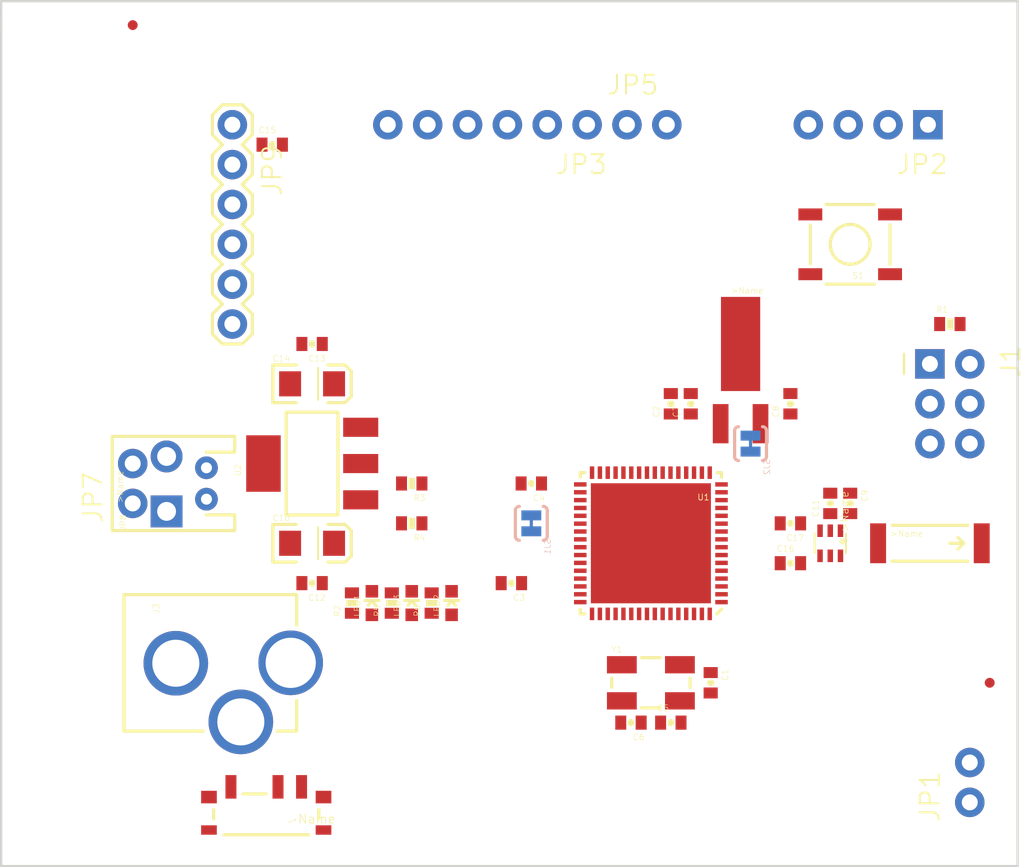
<source format=kicad_pcb>
(kicad_pcb (version 20171130) (host pcbnew "(5.1.2-1)-1")

  (general
    (thickness 1.6)
    (drawings 7)
    (tracks 0)
    (zones 0)
    (modules 48)
    (nets 65)
  )

  (page A4)
  (layers
    (0 Top signal)
    (31 Bottom signal)
    (32 B.Adhes user)
    (33 F.Adhes user)
    (34 B.Paste user)
    (35 F.Paste user)
    (36 B.SilkS user)
    (37 F.SilkS user)
    (38 B.Mask user)
    (39 F.Mask user)
    (40 Dwgs.User user)
    (41 Cmts.User user)
    (42 Eco1.User user)
    (43 Eco2.User user)
    (44 Edge.Cuts user)
    (45 Margin user)
    (46 B.CrtYd user)
    (47 F.CrtYd user)
    (48 B.Fab user)
    (49 F.Fab user)
  )

  (setup
    (last_trace_width 0.25)
    (trace_clearance 0.2)
    (zone_clearance 0.508)
    (zone_45_only no)
    (trace_min 0.2)
    (via_size 0.8)
    (via_drill 0.4)
    (via_min_size 0.4)
    (via_min_drill 0.3)
    (uvia_size 0.3)
    (uvia_drill 0.1)
    (uvias_allowed no)
    (uvia_min_size 0.2)
    (uvia_min_drill 0.1)
    (edge_width 0.05)
    (segment_width 0.2)
    (pcb_text_width 0.3)
    (pcb_text_size 1.5 1.5)
    (mod_edge_width 0.12)
    (mod_text_size 1 1)
    (mod_text_width 0.15)
    (pad_size 1.524 1.524)
    (pad_drill 0.762)
    (pad_to_mask_clearance 0.051)
    (solder_mask_min_width 0.25)
    (aux_axis_origin 0 0)
    (visible_elements FFFFEF7F)
    (pcbplotparams
      (layerselection 0x010fc_ffffffff)
      (usegerberextensions false)
      (usegerberattributes false)
      (usegerberadvancedattributes false)
      (creategerberjobfile false)
      (excludeedgelayer true)
      (linewidth 0.100000)
      (plotframeref false)
      (viasonmask false)
      (mode 1)
      (useauxorigin false)
      (hpglpennumber 1)
      (hpglpenspeed 20)
      (hpglpendiameter 15.000000)
      (psnegative false)
      (psa4output false)
      (plotreference true)
      (plotvalue true)
      (plotinvisibletext false)
      (padsonsilk false)
      (subtractmaskfromsilk false)
      (outputformat 1)
      (mirror false)
      (drillshape 1)
      (scaleselection 1)
      (outputdirectory ""))
  )

  (net 0 "")
  (net 1 GND)
  (net 2 N$3)
  (net 3 N$4)
  (net 4 DVDD)
  (net 5 AVDD)
  (net 6 N$5)
  (net 7 N$6)
  (net 8 RFN)
  (net 9 RFP)
  (net 10 RFANT)
  (net 11 RESET)
  (net 12 RSTON)
  (net 13 TST)
  (net 14 CLKI)
  (net 15 AREF)
  (net 16 A0)
  (net 17 A1)
  (net 18 A2)
  (net 19 A3)
  (net 20 A4)
  (net 21 A5)
  (net 22 A6)
  (net 23 A7)
  (net 24 PG5)
  (net 25 PG2)
  (net 26 PG1)
  (net 27 PG0)
  (net 28 PE7)
  (net 29 PE6)
  (net 30 PE5)
  (net 31 PE4)
  (net 32 PE3)
  (net 33 PE2)
  (net 34 TX0)
  (net 35 RX0)
  (net 36 PD7)
  (net 37 PD6)
  (net 38 PD5)
  (net 39 PD4)
  (net 40 TX1)
  (net 41 RX1)
  (net 42 SDA)
  (net 43 SCL)
  (net 44 PB7)
  (net 45 PB6)
  (net 46 PB5)
  (net 47 PB4)
  (net 48 S$1)
  (net 49 MISO)
  (net 50 S$2)
  (net 51 MOSI)
  (net 52 SCK)
  (net 53 SSN)
  (net 54 3.3V)
  (net 55 VCC)
  (net 56 DTR)
  (net 57 N$2)
  (net 58 N$7)
  (net 59 FB)
  (net 60 N$10)
  (net 61 N$11)
  (net 62 N$8)
  (net 63 N$13)
  (net 64 N$9)

  (net_class Default "This is the default net class."
    (clearance 0.2)
    (trace_width 0.25)
    (via_dia 0.8)
    (via_drill 0.4)
    (uvia_dia 0.3)
    (uvia_drill 0.1)
    (add_net 3.3V)
    (add_net A0)
    (add_net A1)
    (add_net A2)
    (add_net A3)
    (add_net A4)
    (add_net A5)
    (add_net A6)
    (add_net A7)
    (add_net AREF)
    (add_net AVDD)
    (add_net CLKI)
    (add_net DTR)
    (add_net DVDD)
    (add_net FB)
    (add_net GND)
    (add_net MISO)
    (add_net MOSI)
    (add_net N$10)
    (add_net N$11)
    (add_net N$13)
    (add_net N$2)
    (add_net N$3)
    (add_net N$4)
    (add_net N$5)
    (add_net N$6)
    (add_net N$7)
    (add_net N$8)
    (add_net N$9)
    (add_net PB4)
    (add_net PB5)
    (add_net PB6)
    (add_net PB7)
    (add_net PD4)
    (add_net PD5)
    (add_net PD6)
    (add_net PD7)
    (add_net PE2)
    (add_net PE3)
    (add_net PE4)
    (add_net PE5)
    (add_net PE6)
    (add_net PE7)
    (add_net PG0)
    (add_net PG1)
    (add_net PG2)
    (add_net PG5)
    (add_net RESET)
    (add_net RFANT)
    (add_net RFN)
    (add_net RFP)
    (add_net RSTON)
    (add_net RX0)
    (add_net RX1)
    (add_net S$1)
    (add_net S$2)
    (add_net SCK)
    (add_net SCL)
    (add_net SDA)
    (add_net SSN)
    (add_net TST)
    (add_net TX0)
    (add_net TX1)
    (add_net VCC)
  )

  (module QFN-64 (layer Top) (tedit 0) (tstamp 5D7BFB96)
    (at 157.5181 111.9886 180)
    (fp_text reference U1 (at -3.766 3.1578) (layer F.SilkS)
      (effects (font (size 0.38608 0.38608) (thickness 0.046329)) (justify right top))
    )
    (fp_text value ATMEGA128RFA1 (at -3.766 3.77) (layer F.Fab)
      (effects (font (size 0.38608 0.38608) (thickness 0.046329)) (justify right top))
    )
    (fp_poly (pts (xy -1 1) (xy 1 1) (xy 1 -1) (xy -1 -1)) (layer F.Paste) (width 0))
    (fp_poly (pts (xy -1 -1.5) (xy 1 -1.5) (xy 1 -3.3) (xy -1 -3.3)) (layer F.Paste) (width 0))
    (fp_poly (pts (xy -1 3.3) (xy 1 3.3) (xy 1 1.5) (xy -1 1.5)) (layer F.Paste) (width 0))
    (fp_poly (pts (xy 1.5 1) (xy 3.3 1) (xy 3.3 -1) (xy 1.5 -1)) (layer F.Paste) (width 0))
    (fp_poly (pts (xy -3.3 1) (xy -1.5 1) (xy -1.5 -1) (xy -3.3 -1)) (layer F.Paste) (width 0))
    (fp_poly (pts (xy 1.5 -1.5) (xy 3.3 -1.5) (xy 3.3 -3.3) (xy 1.5 -3.3)) (layer F.Paste) (width 0))
    (fp_poly (pts (xy 1.5 3.3) (xy 3.3 3.3) (xy 3.3 1.5) (xy 1.5 1.5)) (layer F.Paste) (width 0))
    (fp_poly (pts (xy -3.3 -1.5) (xy -1.5 -1.5) (xy -1.5 -3.3) (xy -3.3 -3.3)) (layer F.Paste) (width 0))
    (fp_poly (pts (xy -3.3 3.3) (xy -1.5 3.3) (xy -1.5 1.5) (xy -3.3 1.5)) (layer F.Paste) (width 0))
    (fp_circle (center -3.442 -3.45) (end -3.242 -3.45) (layer F.Fab) (width 0.09))
    (fp_line (start -4.5 4.5) (end -4.2 4.5) (layer F.SilkS) (width 0.2032))
    (fp_line (start -4.5 4.5) (end -4.5 4.2) (layer F.SilkS) (width 0.2032))
    (fp_line (start 4.5 4.5) (end 4.2 4.5) (layer F.SilkS) (width 0.2032))
    (fp_line (start 4.5 4.5) (end 4.5 4.2) (layer F.SilkS) (width 0.2032))
    (fp_line (start 4.5 -4.5) (end 4.5 -4.2) (layer F.SilkS) (width 0.2032))
    (fp_line (start 4.5 -4.5) (end 4.2 -4.5) (layer F.SilkS) (width 0.2032))
    (fp_line (start -4.5 -4.2) (end -4.2 -4.5) (layer F.SilkS) (width 0.2032))
    (fp_line (start -4.5 -4.5) (end -4.5 4.5) (layer F.Fab) (width 0.09))
    (fp_line (start 4.5 -4.5) (end -4.5 -4.5) (layer F.Fab) (width 0.09))
    (fp_line (start 4.5 4.5) (end 4.5 -4.5) (layer F.Fab) (width 0.09))
    (fp_line (start -4.5 4.5) (end 4.5 4.5) (layer F.Fab) (width 0.09))
    (pad 65 smd rect (at 0 0 180) (size 7.65 7.65) (layers Top F.Mask)
      (net 1 GND) (solder_mask_margin 0.1016))
    (pad 64 smd rect (at -3.75 -4.5 180) (size 0.28 0.8) (layers Top F.Paste F.Mask)
      (net 17 A1) (solder_mask_margin 0.1016))
    (pad 63 smd rect (at -3.25 -4.5 180) (size 0.28 0.8) (layers Top F.Paste F.Mask)
      (net 16 A0) (solder_mask_margin 0.1016))
    (pad 62 smd rect (at -2.75 -4.5 180) (size 0.28 0.8) (layers Top F.Paste F.Mask)
      (net 15 AREF) (solder_mask_margin 0.1016))
    (pad 61 smd rect (at -2.25 -4.5 180) (size 0.28 0.8) (layers Top F.Paste F.Mask)
      (net 1 GND) (solder_mask_margin 0.1016))
    (pad 60 smd rect (at -1.75 -4.5 180) (size 0.28 0.8) (layers Top F.Paste F.Mask)
      (net 5 AVDD) (solder_mask_margin 0.1016))
    (pad 59 smd rect (at -1.25 -4.5 180) (size 0.28 0.8) (layers Top F.Paste F.Mask)
      (net 54 3.3V) (solder_mask_margin 0.1016))
    (pad 58 smd rect (at -0.75 -4.5 180) (size 0.28 0.8) (layers Top F.Paste F.Mask)
      (net 1 GND) (solder_mask_margin 0.1016))
    (pad 57 smd rect (at -0.25 -4.5 180) (size 0.28 0.8) (layers Top F.Paste F.Mask)
      (net 2 N$3) (solder_mask_margin 0.1016))
    (pad 56 smd rect (at 0.25 -4.5 180) (size 0.28 0.8) (layers Top F.Paste F.Mask)
      (net 3 N$4) (solder_mask_margin 0.1016))
    (pad 55 smd rect (at 0.75 -4.5 180) (size 0.28 0.8) (layers Top F.Paste F.Mask)
      (net 1 GND) (solder_mask_margin 0.1016))
    (pad 54 smd rect (at 1.25 -4.5 180) (size 0.28 0.8) (layers Top F.Paste F.Mask)
      (net 54 3.3V) (solder_mask_margin 0.1016))
    (pad 53 smd rect (at 1.75 -4.5 180) (size 0.28 0.8) (layers Top F.Paste F.Mask)
      (net 28 PE7) (solder_mask_margin 0.1016))
    (pad 52 smd rect (at 2.25 -4.5 180) (size 0.28 0.8) (layers Top F.Paste F.Mask)
      (net 29 PE6) (solder_mask_margin 0.1016))
    (pad 51 smd rect (at 2.75 -4.5 180) (size 0.28 0.8) (layers Top F.Paste F.Mask)
      (net 30 PE5) (solder_mask_margin 0.1016))
    (pad 50 smd rect (at 3.25 -4.5 180) (size 0.28 0.8) (layers Top F.Paste F.Mask)
      (net 31 PE4) (solder_mask_margin 0.1016))
    (pad 49 smd rect (at 3.75 -4.5 180) (size 0.28 0.8) (layers Top F.Paste F.Mask)
      (net 32 PE3) (solder_mask_margin 0.1016))
    (pad 48 smd rect (at 4.5 -3.75 270) (size 0.28 0.8) (layers Top F.Paste F.Mask)
      (net 33 PE2) (solder_mask_margin 0.1016))
    (pad 47 smd rect (at 4.5 -3.25 270) (size 0.28 0.8) (layers Top F.Paste F.Mask)
      (net 34 TX0) (solder_mask_margin 0.1016))
    (pad 46 smd rect (at 4.5 -2.75 270) (size 0.28 0.8) (layers Top F.Paste F.Mask)
      (net 35 RX0) (solder_mask_margin 0.1016))
    (pad 45 smd rect (at 4.5 -2.25 270) (size 0.28 0.8) (layers Top F.Paste F.Mask)
      (net 1 GND) (solder_mask_margin 0.1016))
    (pad 44 smd rect (at 4.5 -1.75 270) (size 0.28 0.8) (layers Top F.Paste F.Mask)
      (net 54 3.3V) (solder_mask_margin 0.1016))
    (pad 43 smd rect (at 4.5 -1.25 270) (size 0.28 0.8) (layers Top F.Paste F.Mask)
      (net 44 PB7) (solder_mask_margin 0.1016))
    (pad 42 smd rect (at 4.5 -0.75 270) (size 0.28 0.8) (layers Top F.Paste F.Mask)
      (net 45 PB6) (solder_mask_margin 0.1016))
    (pad 41 smd rect (at 4.5 -0.25 270) (size 0.28 0.8) (layers Top F.Paste F.Mask)
      (net 46 PB5) (solder_mask_margin 0.1016))
    (pad 40 smd rect (at 4.5 0.25 270) (size 0.28 0.8) (layers Top F.Paste F.Mask)
      (net 47 PB4) (solder_mask_margin 0.1016))
    (pad 39 smd rect (at 4.5 0.75 270) (size 0.28 0.8) (layers Top F.Paste F.Mask)
      (net 49 MISO) (solder_mask_margin 0.1016))
    (pad 38 smd rect (at 4.5 1.25 270) (size 0.28 0.8) (layers Top F.Paste F.Mask)
      (net 50 S$2) (solder_mask_margin 0.1016))
    (pad 37 smd rect (at 4.5 1.75 270) (size 0.28 0.8) (layers Top F.Paste F.Mask)
      (net 52 SCK) (solder_mask_margin 0.1016))
    (pad 36 smd rect (at 4.5 2.25 270) (size 0.28 0.8) (layers Top F.Paste F.Mask)
      (net 53 SSN) (solder_mask_margin 0.1016))
    (pad 35 smd rect (at 4.5 2.75 270) (size 0.28 0.8) (layers Top F.Paste F.Mask)
      (net 1 GND) (solder_mask_margin 0.1016))
    (pad 34 smd rect (at 4.5 3.25 270) (size 0.28 0.8) (layers Top F.Paste F.Mask)
      (net 54 3.3V) (solder_mask_margin 0.1016))
    (pad 33 smd rect (at 4.5 3.75 270) (size 0.28 0.8) (layers Top F.Paste F.Mask)
      (net 14 CLKI) (solder_mask_margin 0.1016))
    (pad 32 smd rect (at 3.75 4.5 180) (size 0.28 0.8) (layers Top F.Paste F.Mask)
      (net 36 PD7) (solder_mask_margin 0.1016))
    (pad 31 smd rect (at 3.25 4.5 180) (size 0.28 0.8) (layers Top F.Paste F.Mask)
      (net 37 PD6) (solder_mask_margin 0.1016))
    (pad 30 smd rect (at 2.75 4.5 180) (size 0.28 0.8) (layers Top F.Paste F.Mask)
      (net 38 PD5) (solder_mask_margin 0.1016))
    (pad 29 smd rect (at 2.25 4.5 180) (size 0.28 0.8) (layers Top F.Paste F.Mask)
      (net 39 PD4) (solder_mask_margin 0.1016))
    (pad 11 smd rect (at -4.5 1.25 90) (size 0.28 0.8) (layers Top F.Paste F.Mask)
      (net 13 TST) (solder_mask_margin 0.1016))
    (pad 20 smd rect (at -2.25 4.5) (size 0.28 0.8) (layers Top F.Paste F.Mask)
      (net 1 GND) (solder_mask_margin 0.1016))
    (pad 19 smd rect (at -2.75 4.5) (size 0.28 0.8) (layers Top F.Paste F.Mask)
      (net 24 PG5) (solder_mask_margin 0.1016))
    (pad 12 smd rect (at -4.5 1.75 90) (size 0.28 0.8) (layers Top F.Paste F.Mask)
      (net 11 RESET) (solder_mask_margin 0.1016))
    (pad 13 smd rect (at -4.5 2.25 90) (size 0.28 0.8) (layers Top F.Paste F.Mask)
      (net 12 RSTON) (solder_mask_margin 0.1016))
    (pad 18 smd rect (at -3.25 4.5) (size 0.28 0.8) (layers Top F.Paste F.Mask)
      (net 6 N$5) (solder_mask_margin 0.1016))
    (pad 17 smd rect (at -3.75 4.5) (size 0.28 0.8) (layers Top F.Paste F.Mask)
      (net 7 N$6) (solder_mask_margin 0.1016))
    (pad 14 smd rect (at -4.5 2.75 90) (size 0.28 0.8) (layers Top F.Paste F.Mask)
      (net 27 PG0) (solder_mask_margin 0.1016))
    (pad 15 smd rect (at -4.5 3.25 270) (size 0.28 0.8) (layers Top F.Paste F.Mask)
      (net 26 PG1) (solder_mask_margin 0.1016))
    (pad 16 smd rect (at -4.5 3.75 270) (size 0.28 0.8) (layers Top F.Paste F.Mask)
      (net 25 PG2) (solder_mask_margin 0.1016))
    (pad 1 smd rect (at -4.5 -3.75 90) (size 0.28 0.8) (layers Top F.Paste F.Mask)
      (net 18 A2) (solder_mask_margin 0.1016))
    (pad 10 smd rect (at -4.5 0.75 90) (size 0.28 0.8) (layers Top F.Paste F.Mask)
      (net 1 GND) (solder_mask_margin 0.1016))
    (pad 9 smd rect (at -4.5 0.25 90) (size 0.28 0.8) (layers Top F.Paste F.Mask)
      (net 8 RFN) (solder_mask_margin 0.1016))
    (pad 2 smd rect (at -4.5 -3.25 90) (size 0.28 0.8) (layers Top F.Paste F.Mask)
      (net 19 A3) (solder_mask_margin 0.1016))
    (pad 3 smd rect (at -4.5 -2.75 90) (size 0.28 0.8) (layers Top F.Paste F.Mask)
      (net 20 A4) (solder_mask_margin 0.1016))
    (pad 8 smd rect (at -4.5 -0.25 90) (size 0.28 0.8) (layers Top F.Paste F.Mask)
      (net 9 RFP) (solder_mask_margin 0.1016))
    (pad 7 smd rect (at -4.5 -0.75 90) (size 0.28 0.8) (layers Top F.Paste F.Mask)
      (net 1 GND) (solder_mask_margin 0.1016))
    (pad 4 smd rect (at -4.5 -2.25 90) (size 0.28 0.8) (layers Top F.Paste F.Mask)
      (net 21 A5) (solder_mask_margin 0.1016))
    (pad 5 smd rect (at -4.5 -1.75 90) (size 0.28 0.8) (layers Top F.Paste F.Mask)
      (net 22 A6) (solder_mask_margin 0.1016))
    (pad 6 smd rect (at -4.5 -1.25 90) (size 0.28 0.8) (layers Top F.Paste F.Mask)
      (net 23 A7) (solder_mask_margin 0.1016))
    (pad 21 smd rect (at -1.75 4.5) (size 0.28 0.8) (layers Top F.Paste F.Mask)
      (net 4 DVDD) (solder_mask_margin 0.1016))
    (pad 22 smd rect (at -1.25 4.5) (size 0.28 0.8) (layers Top F.Paste F.Mask)
      (net 4 DVDD) (solder_mask_margin 0.1016))
    (pad 23 smd rect (at -0.75 4.5) (size 0.28 0.8) (layers Top F.Paste F.Mask)
      (net 54 3.3V) (solder_mask_margin 0.1016))
    (pad 28 smd rect (at 1.75 4.5) (size 0.28 0.8) (layers Top F.Paste F.Mask)
      (net 40 TX1) (solder_mask_margin 0.1016))
    (pad 27 smd rect (at 1.25 4.5) (size 0.28 0.8) (layers Top F.Paste F.Mask)
      (net 41 RX1) (solder_mask_margin 0.1016))
    (pad 24 smd rect (at -0.25 4.5) (size 0.28 0.8) (layers Top F.Paste F.Mask)
      (net 1 GND) (solder_mask_margin 0.1016))
    (pad 25 smd rect (at 0.25 4.5) (size 0.28 0.8) (layers Top F.Paste F.Mask)
      (net 43 SCL) (solder_mask_margin 0.1016))
    (pad 26 smd rect (at 0.75 4.5) (size 0.28 0.8) (layers Top F.Paste F.Mask)
      (net 42 SDA) (solder_mask_margin 0.1016))
  )

  (module 0402-CAP (layer Top) (tedit 0) (tstamp 5D7BFBEF)
    (at 161.3281 120.8786 270)
    (descr "<b>CAPACITOR</b><p>\nchip")
    (fp_text reference C1 (at -0.889 -0.6985 90) (layer F.SilkS)
      (effects (font (size 0.38608 0.38608) (thickness 0.030886)) (justify right top))
    )
    (fp_text value 1uF (at -1.0795 1.143 90) (layer F.Fab)
      (effects (font (size 0.38608 0.38608) (thickness 0.030886)) (justify right top))
    )
    (fp_poly (pts (xy -0.1999 0.3) (xy 0.1999 0.3) (xy 0.1999 -0.3) (xy -0.1999 -0.3)) (layer F.Adhes) (width 0))
    (fp_poly (pts (xy 0.2588 0.3048) (xy 0.5588 0.3048) (xy 0.5588 -0.2951) (xy 0.2588 -0.2951)) (layer F.Fab) (width 0))
    (fp_poly (pts (xy -0.554 0.3048) (xy -0.254 0.3048) (xy -0.254 -0.2951) (xy -0.554 -0.2951)) (layer F.Fab) (width 0))
    (fp_line (start 0 -0.0305) (end 0 0.0305) (layer F.SilkS) (width 0.4064))
    (fp_line (start -1.473 0.483) (end -1.473 -0.483) (layer Dwgs.User) (width 0.0508))
    (fp_line (start 1.473 0.483) (end -1.473 0.483) (layer Dwgs.User) (width 0.0508))
    (fp_line (start 1.473 -0.483) (end 1.473 0.483) (layer Dwgs.User) (width 0.0508))
    (fp_line (start -1.473 -0.483) (end 1.473 -0.483) (layer Dwgs.User) (width 0.0508))
    (fp_line (start 0.245 0.224) (end -0.245 0.224) (layer F.Fab) (width 0.1524))
    (fp_line (start -0.245 -0.224) (end 0.245 -0.224) (layer F.Fab) (width 0.1524))
    (pad 2 smd rect (at 0.65 0 270) (size 0.7 0.9) (layers Top F.Paste F.Mask)
      (net 1 GND) (solder_mask_margin 0.1016))
    (pad 1 smd rect (at -0.65 0 270) (size 0.7 0.9) (layers Top F.Paste F.Mask)
      (net 5 AVDD) (solder_mask_margin 0.1016))
  )

  (module 0402-CAP (layer Top) (tedit 0) (tstamp 5D7BFBFE)
    (at 158.7881 103.0986 90)
    (descr "<b>CAPACITOR</b><p>\nchip")
    (fp_text reference C2 (at -0.889 -0.6985 90) (layer F.SilkS)
      (effects (font (size 0.38608 0.38608) (thickness 0.030886)) (justify left bottom))
    )
    (fp_text value 1uF (at -1.0795 1.143 90) (layer F.Fab)
      (effects (font (size 0.38608 0.38608) (thickness 0.030886)) (justify left bottom))
    )
    (fp_poly (pts (xy -0.1999 0.3) (xy 0.1999 0.3) (xy 0.1999 -0.3) (xy -0.1999 -0.3)) (layer F.Adhes) (width 0))
    (fp_poly (pts (xy 0.2588 0.3048) (xy 0.5588 0.3048) (xy 0.5588 -0.2951) (xy 0.2588 -0.2951)) (layer F.Fab) (width 0))
    (fp_poly (pts (xy -0.554 0.3048) (xy -0.254 0.3048) (xy -0.254 -0.2951) (xy -0.554 -0.2951)) (layer F.Fab) (width 0))
    (fp_line (start 0 -0.0305) (end 0 0.0305) (layer F.SilkS) (width 0.4064))
    (fp_line (start -1.473 0.483) (end -1.473 -0.483) (layer Dwgs.User) (width 0.0508))
    (fp_line (start 1.473 0.483) (end -1.473 0.483) (layer Dwgs.User) (width 0.0508))
    (fp_line (start 1.473 -0.483) (end 1.473 0.483) (layer Dwgs.User) (width 0.0508))
    (fp_line (start -1.473 -0.483) (end 1.473 -0.483) (layer Dwgs.User) (width 0.0508))
    (fp_line (start 0.245 0.224) (end -0.245 0.224) (layer F.Fab) (width 0.1524))
    (fp_line (start -0.245 -0.224) (end 0.245 -0.224) (layer F.Fab) (width 0.1524))
    (pad 2 smd rect (at 0.65 0 90) (size 0.7 0.9) (layers Top F.Paste F.Mask)
      (net 1 GND) (solder_mask_margin 0.1016))
    (pad 1 smd rect (at -0.65 0 90) (size 0.7 0.9) (layers Top F.Paste F.Mask)
      (net 4 DVDD) (solder_mask_margin 0.1016))
  )

  (module 0402-CAP (layer Top) (tedit 0) (tstamp 5D7BFC0D)
    (at 148.6281 114.5286 180)
    (descr "<b>CAPACITOR</b><p>\nchip")
    (fp_text reference C3 (at -0.889 -0.6985) (layer F.SilkS)
      (effects (font (size 0.38608 0.38608) (thickness 0.030886)) (justify right top))
    )
    (fp_text value 1uF (at -1.0795 1.143) (layer F.Fab)
      (effects (font (size 0.38608 0.38608) (thickness 0.030886)) (justify right top))
    )
    (fp_poly (pts (xy -0.1999 0.3) (xy 0.1999 0.3) (xy 0.1999 -0.3) (xy -0.1999 -0.3)) (layer F.Adhes) (width 0))
    (fp_poly (pts (xy 0.2588 0.3048) (xy 0.5588 0.3048) (xy 0.5588 -0.2951) (xy 0.2588 -0.2951)) (layer F.Fab) (width 0))
    (fp_poly (pts (xy -0.554 0.3048) (xy -0.254 0.3048) (xy -0.254 -0.2951) (xy -0.554 -0.2951)) (layer F.Fab) (width 0))
    (fp_line (start 0 -0.0305) (end 0 0.0305) (layer F.SilkS) (width 0.4064))
    (fp_line (start -1.473 0.483) (end -1.473 -0.483) (layer Dwgs.User) (width 0.0508))
    (fp_line (start 1.473 0.483) (end -1.473 0.483) (layer Dwgs.User) (width 0.0508))
    (fp_line (start 1.473 -0.483) (end 1.473 0.483) (layer Dwgs.User) (width 0.0508))
    (fp_line (start -1.473 -0.483) (end 1.473 -0.483) (layer Dwgs.User) (width 0.0508))
    (fp_line (start 0.245 0.224) (end -0.245 0.224) (layer F.Fab) (width 0.1524))
    (fp_line (start -0.245 -0.224) (end 0.245 -0.224) (layer F.Fab) (width 0.1524))
    (pad 2 smd rect (at 0.65 0 180) (size 0.7 0.9) (layers Top F.Paste F.Mask)
      (net 1 GND) (solder_mask_margin 0.1016))
    (pad 1 smd rect (at -0.65 0 180) (size 0.7 0.9) (layers Top F.Paste F.Mask)
      (net 54 3.3V) (solder_mask_margin 0.1016))
  )

  (module 0402-CAP (layer Top) (tedit 0) (tstamp 5D7BFC1C)
    (at 149.8981 108.1786 180)
    (descr "<b>CAPACITOR</b><p>\nchip")
    (fp_text reference C4 (at -0.889 -0.6985) (layer F.SilkS)
      (effects (font (size 0.38608 0.38608) (thickness 0.030886)) (justify right top))
    )
    (fp_text value 1uF (at -1.0795 1.143) (layer F.Fab)
      (effects (font (size 0.38608 0.38608) (thickness 0.030886)) (justify right top))
    )
    (fp_poly (pts (xy -0.1999 0.3) (xy 0.1999 0.3) (xy 0.1999 -0.3) (xy -0.1999 -0.3)) (layer F.Adhes) (width 0))
    (fp_poly (pts (xy 0.2588 0.3048) (xy 0.5588 0.3048) (xy 0.5588 -0.2951) (xy 0.2588 -0.2951)) (layer F.Fab) (width 0))
    (fp_poly (pts (xy -0.554 0.3048) (xy -0.254 0.3048) (xy -0.254 -0.2951) (xy -0.554 -0.2951)) (layer F.Fab) (width 0))
    (fp_line (start 0 -0.0305) (end 0 0.0305) (layer F.SilkS) (width 0.4064))
    (fp_line (start -1.473 0.483) (end -1.473 -0.483) (layer Dwgs.User) (width 0.0508))
    (fp_line (start 1.473 0.483) (end -1.473 0.483) (layer Dwgs.User) (width 0.0508))
    (fp_line (start 1.473 -0.483) (end 1.473 0.483) (layer Dwgs.User) (width 0.0508))
    (fp_line (start -1.473 -0.483) (end 1.473 -0.483) (layer Dwgs.User) (width 0.0508))
    (fp_line (start 0.245 0.224) (end -0.245 0.224) (layer F.Fab) (width 0.1524))
    (fp_line (start -0.245 -0.224) (end 0.245 -0.224) (layer F.Fab) (width 0.1524))
    (pad 2 smd rect (at 0.65 0 180) (size 0.7 0.9) (layers Top F.Paste F.Mask)
      (net 1 GND) (solder_mask_margin 0.1016))
    (pad 1 smd rect (at -0.65 0 180) (size 0.7 0.9) (layers Top F.Paste F.Mask)
      (net 54 3.3V) (solder_mask_margin 0.1016))
  )

  (module CRYSTAL-SMD-5X3 (layer Top) (tedit 0) (tstamp 5D7BFC2B)
    (at 157.5181 120.8786)
    (fp_text reference Y1 (at -2.54 -1.905) (layer F.SilkS)
      (effects (font (size 0.38608 0.38608) (thickness 0.030886)) (justify left bottom))
    )
    (fp_text value 16MHz (at -2.54 2.54) (layer F.Fab)
      (effects (font (size 0.38608 0.38608) (thickness 0.030886)) (justify left bottom))
    )
    (fp_line (start -2.5 -0.3) (end -2.5 0.3) (layer F.SilkS) (width 0.2032))
    (fp_line (start 0.6 1.6) (end -0.6 1.6) (layer F.SilkS) (width 0.2032))
    (fp_line (start 2.5 -0.3) (end 2.5 0.3) (layer F.SilkS) (width 0.2032))
    (fp_line (start -0.6 -1.6) (end 0.6 -1.6) (layer F.SilkS) (width 0.2032))
    (pad 2 smd rect (at 1.85 1.15) (size 1.9 1.1) (layers Top F.Paste F.Mask)
      (solder_mask_margin 0.1016))
    (pad 4 smd rect (at -1.85 -1.15) (size 1.9 1.1) (layers Top F.Paste F.Mask)
      (solder_mask_margin 0.1016))
    (pad 3 smd rect (at 1.85 -1.15) (size 1.9 1.1) (layers Top F.Paste F.Mask)
      (net 2 N$3) (solder_mask_margin 0.1016))
    (pad 1 smd rect (at -1.85 1.15) (size 1.9 1.1) (layers Top F.Paste F.Mask)
      (net 3 N$4) (solder_mask_margin 0.1016))
  )

  (module 0402-CAP (layer Top) (tedit 0) (tstamp 5D7BFC36)
    (at 158.7881 123.4186)
    (descr "<b>CAPACITOR</b><p>\nchip")
    (fp_text reference C5 (at -0.889 -0.6985) (layer F.SilkS)
      (effects (font (size 0.38608 0.38608) (thickness 0.030886)) (justify left bottom))
    )
    (fp_text value 12pF (at -1.0795 1.143) (layer F.Fab)
      (effects (font (size 0.38608 0.38608) (thickness 0.030886)) (justify left bottom))
    )
    (fp_poly (pts (xy -0.1999 0.3) (xy 0.1999 0.3) (xy 0.1999 -0.3) (xy -0.1999 -0.3)) (layer F.Adhes) (width 0))
    (fp_poly (pts (xy 0.2588 0.3048) (xy 0.5588 0.3048) (xy 0.5588 -0.2951) (xy 0.2588 -0.2951)) (layer F.Fab) (width 0))
    (fp_poly (pts (xy -0.554 0.3048) (xy -0.254 0.3048) (xy -0.254 -0.2951) (xy -0.554 -0.2951)) (layer F.Fab) (width 0))
    (fp_line (start 0 -0.0305) (end 0 0.0305) (layer F.SilkS) (width 0.4064))
    (fp_line (start -1.473 0.483) (end -1.473 -0.483) (layer Dwgs.User) (width 0.0508))
    (fp_line (start 1.473 0.483) (end -1.473 0.483) (layer Dwgs.User) (width 0.0508))
    (fp_line (start 1.473 -0.483) (end 1.473 0.483) (layer Dwgs.User) (width 0.0508))
    (fp_line (start -1.473 -0.483) (end 1.473 -0.483) (layer Dwgs.User) (width 0.0508))
    (fp_line (start 0.245 0.224) (end -0.245 0.224) (layer F.Fab) (width 0.1524))
    (fp_line (start -0.245 -0.224) (end 0.245 -0.224) (layer F.Fab) (width 0.1524))
    (pad 2 smd rect (at 0.65 0) (size 0.7 0.9) (layers Top F.Paste F.Mask)
      (net 1 GND) (solder_mask_margin 0.1016))
    (pad 1 smd rect (at -0.65 0) (size 0.7 0.9) (layers Top F.Paste F.Mask)
      (net 2 N$3) (solder_mask_margin 0.1016))
  )

  (module 0402-CAP (layer Top) (tedit 0) (tstamp 5D7BFC45)
    (at 156.2481 123.4186 180)
    (descr "<b>CAPACITOR</b><p>\nchip")
    (fp_text reference C6 (at -0.889 -0.6985) (layer F.SilkS)
      (effects (font (size 0.38608 0.38608) (thickness 0.030886)) (justify right top))
    )
    (fp_text value 12pF (at -1.0795 1.143) (layer F.Fab)
      (effects (font (size 0.38608 0.38608) (thickness 0.030886)) (justify right top))
    )
    (fp_poly (pts (xy -0.1999 0.3) (xy 0.1999 0.3) (xy 0.1999 -0.3) (xy -0.1999 -0.3)) (layer F.Adhes) (width 0))
    (fp_poly (pts (xy 0.2588 0.3048) (xy 0.5588 0.3048) (xy 0.5588 -0.2951) (xy 0.2588 -0.2951)) (layer F.Fab) (width 0))
    (fp_poly (pts (xy -0.554 0.3048) (xy -0.254 0.3048) (xy -0.254 -0.2951) (xy -0.554 -0.2951)) (layer F.Fab) (width 0))
    (fp_line (start 0 -0.0305) (end 0 0.0305) (layer F.SilkS) (width 0.4064))
    (fp_line (start -1.473 0.483) (end -1.473 -0.483) (layer Dwgs.User) (width 0.0508))
    (fp_line (start 1.473 0.483) (end -1.473 0.483) (layer Dwgs.User) (width 0.0508))
    (fp_line (start 1.473 -0.483) (end 1.473 0.483) (layer Dwgs.User) (width 0.0508))
    (fp_line (start -1.473 -0.483) (end 1.473 -0.483) (layer Dwgs.User) (width 0.0508))
    (fp_line (start 0.245 0.224) (end -0.245 0.224) (layer F.Fab) (width 0.1524))
    (fp_line (start -0.245 -0.224) (end 0.245 -0.224) (layer F.Fab) (width 0.1524))
    (pad 2 smd rect (at 0.65 0 180) (size 0.7 0.9) (layers Top F.Paste F.Mask)
      (net 1 GND) (solder_mask_margin 0.1016))
    (pad 1 smd rect (at -0.65 0 180) (size 0.7 0.9) (layers Top F.Paste F.Mask)
      (net 3 N$4) (solder_mask_margin 0.1016))
  )

  (module CRYSTAL-32KHZ-SMD (layer Top) (tedit 0) (tstamp 5D7BFC54)
    (at 163.2331 104.3686)
    (fp_text reference Y2 (at 0 0) (layer F.SilkS) hide
      (effects (font (size 0.38608 0.38608) (thickness 0.030886)) (justify left bottom))
    )
    (fp_text value 32.768kHz (at 0 0) (layer F.SilkS) hide
      (effects (font (size 0.38608 0.38608) (thickness 0.030886)) (justify left bottom))
    )
    (fp_text user >Value (at -0.635 1.905) (layer F.Fab)
      (effects (font (size 0.38608 0.38608) (thickness 0.032512)) (justify left bottom))
    )
    (fp_text user >Name (at -0.635 -8.255) (layer F.SilkS)
      (effects (font (size 0.38608 0.38608) (thickness 0.032512)) (justify left bottom))
    )
    (pad SHEILD smd rect (at 0 -5.08) (size 2.5 6) (layers Top F.Paste F.Mask)
      (solder_mask_margin 0.1016))
    (pad X2 smd rect (at 1.27 0) (size 1 2.5) (layers Top F.Paste F.Mask)
      (net 7 N$6) (solder_mask_margin 0.1016))
    (pad X1 smd rect (at -1.27 0) (size 1 2.5) (layers Top F.Paste F.Mask)
      (net 6 N$5) (solder_mask_margin 0.1016))
  )

  (module 0402-CAP (layer Top) (tedit 0) (tstamp 5D7BFC5C)
    (at 160.0581 103.0986 90)
    (descr "<b>CAPACITOR</b><p>\nchip")
    (fp_text reference C7 (at -0.889 -0.6985 90) (layer F.SilkS)
      (effects (font (size 0.38608 0.38608) (thickness 0.030886)) (justify left bottom))
    )
    (fp_text value 12pF (at -1.0795 1.143 90) (layer F.Fab)
      (effects (font (size 0.38608 0.38608) (thickness 0.030886)) (justify left bottom))
    )
    (fp_poly (pts (xy -0.1999 0.3) (xy 0.1999 0.3) (xy 0.1999 -0.3) (xy -0.1999 -0.3)) (layer F.Adhes) (width 0))
    (fp_poly (pts (xy 0.2588 0.3048) (xy 0.5588 0.3048) (xy 0.5588 -0.2951) (xy 0.2588 -0.2951)) (layer F.Fab) (width 0))
    (fp_poly (pts (xy -0.554 0.3048) (xy -0.254 0.3048) (xy -0.254 -0.2951) (xy -0.554 -0.2951)) (layer F.Fab) (width 0))
    (fp_line (start 0 -0.0305) (end 0 0.0305) (layer F.SilkS) (width 0.4064))
    (fp_line (start -1.473 0.483) (end -1.473 -0.483) (layer Dwgs.User) (width 0.0508))
    (fp_line (start 1.473 0.483) (end -1.473 0.483) (layer Dwgs.User) (width 0.0508))
    (fp_line (start 1.473 -0.483) (end 1.473 0.483) (layer Dwgs.User) (width 0.0508))
    (fp_line (start -1.473 -0.483) (end 1.473 -0.483) (layer Dwgs.User) (width 0.0508))
    (fp_line (start 0.245 0.224) (end -0.245 0.224) (layer F.Fab) (width 0.1524))
    (fp_line (start -0.245 -0.224) (end 0.245 -0.224) (layer F.Fab) (width 0.1524))
    (pad 2 smd rect (at 0.65 0 90) (size 0.7 0.9) (layers Top F.Paste F.Mask)
      (net 1 GND) (solder_mask_margin 0.1016))
    (pad 1 smd rect (at -0.65 0 90) (size 0.7 0.9) (layers Top F.Paste F.Mask)
      (net 6 N$5) (solder_mask_margin 0.1016))
  )

  (module 0402-CAP (layer Top) (tedit 0) (tstamp 5D7BFC6B)
    (at 166.4081 103.0986 90)
    (descr "<b>CAPACITOR</b><p>\nchip")
    (fp_text reference C8 (at -0.889 -0.6985 90) (layer F.SilkS)
      (effects (font (size 0.38608 0.38608) (thickness 0.030886)) (justify left bottom))
    )
    (fp_text value 12pF (at -1.0795 1.143 90) (layer F.Fab)
      (effects (font (size 0.38608 0.38608) (thickness 0.030886)) (justify left bottom))
    )
    (fp_poly (pts (xy -0.1999 0.3) (xy 0.1999 0.3) (xy 0.1999 -0.3) (xy -0.1999 -0.3)) (layer F.Adhes) (width 0))
    (fp_poly (pts (xy 0.2588 0.3048) (xy 0.5588 0.3048) (xy 0.5588 -0.2951) (xy 0.2588 -0.2951)) (layer F.Fab) (width 0))
    (fp_poly (pts (xy -0.554 0.3048) (xy -0.254 0.3048) (xy -0.254 -0.2951) (xy -0.554 -0.2951)) (layer F.Fab) (width 0))
    (fp_line (start 0 -0.0305) (end 0 0.0305) (layer F.SilkS) (width 0.4064))
    (fp_line (start -1.473 0.483) (end -1.473 -0.483) (layer Dwgs.User) (width 0.0508))
    (fp_line (start 1.473 0.483) (end -1.473 0.483) (layer Dwgs.User) (width 0.0508))
    (fp_line (start 1.473 -0.483) (end 1.473 0.483) (layer Dwgs.User) (width 0.0508))
    (fp_line (start -1.473 -0.483) (end 1.473 -0.483) (layer Dwgs.User) (width 0.0508))
    (fp_line (start 0.245 0.224) (end -0.245 0.224) (layer F.Fab) (width 0.1524))
    (fp_line (start -0.245 -0.224) (end 0.245 -0.224) (layer F.Fab) (width 0.1524))
    (pad 2 smd rect (at 0.65 0 90) (size 0.7 0.9) (layers Top F.Paste F.Mask)
      (net 1 GND) (solder_mask_margin 0.1016))
    (pad 1 smd rect (at -0.65 0 90) (size 0.7 0.9) (layers Top F.Paste F.Mask)
      (net 7 N$6) (solder_mask_margin 0.1016))
  )

  (module BALUN (layer Top) (tedit 0) (tstamp 5D7BFC7A)
    (at 168.9481 111.9886 180)
    (fp_text reference B1 (at 0 0 90) (layer F.SilkS) hide
      (effects (font (size 0.4826 0.4826) (thickness 0.038608)) (justify right top))
    )
    (fp_text value 748421245 (at 0 0 90) (layer F.SilkS) hide
      (effects (font (size 0.4826 0.4826) (thickness 0.038608)) (justify right top))
    )
    (fp_text user >Value (at 1.6 0.7 270) (layer F.Fab)
      (effects (font (size 0.4826 0.4826) (thickness 0.04064)) (justify left bottom))
    )
    (fp_text user >Name (at -1.2 0.7 270) (layer F.SilkS)
      (effects (font (size 0.4826 0.4826) (thickness 0.04064)) (justify left bottom))
    )
    (fp_circle (center -0.76 0.13) (end -0.7153 0.13) (layer F.SilkS) (width 0.127))
    (fp_line (start 1 -0.625) (end 1 0.625) (layer F.SilkS) (width 0.127))
    (fp_line (start -1 -0.625) (end -1 0.625) (layer F.SilkS) (width 0.127))
    (fp_line (start -1 -0.625) (end -1 0.625) (layer F.Fab) (width 0.127))
    (fp_line (start 1 -0.625) (end -1 -0.625) (layer F.Fab) (width 0.127))
    (fp_line (start 1 0.625) (end 1 -0.625) (layer F.Fab) (width 0.127))
    (fp_line (start -1 0.625) (end 1 0.625) (layer F.Fab) (width 0.127))
    (pad 4 smd rect (at 0.65 -0.8 180) (size 0.35 0.8) (layers Top F.Paste F.Mask)
      (net 60 N$10) (solder_mask_margin 0.1016))
    (pad 5 smd rect (at 0 -0.8 180) (size 0.35 0.8) (layers Top F.Paste F.Mask)
      (net 1 GND) (solder_mask_margin 0.1016))
    (pad 6 smd rect (at -0.65 -0.8 180) (size 0.35 0.8) (layers Top F.Paste F.Mask)
      (solder_mask_margin 0.1016))
    (pad 3 smd rect (at 0.65 0.8 180) (size 0.35 0.8) (layers Top F.Paste F.Mask)
      (net 61 N$11) (solder_mask_margin 0.1016))
    (pad 2 smd rect (at 0 0.8 180) (size 0.35 0.8) (layers Top F.Paste F.Mask)
      (net 58 N$7) (solder_mask_margin 0.1016))
    (pad 1 smd rect (at -0.65 0.8 180) (size 0.35 0.8) (layers Top F.Paste F.Mask)
      (net 10 RFANT) (solder_mask_margin 0.1016))
  )

  (module 0402-CAP (layer Top) (tedit 0) (tstamp 5D7BFC8C)
    (at 168.9481 109.4486 90)
    (descr "<b>CAPACITOR</b><p>\nchip")
    (fp_text reference C11 (at -0.889 -0.6985 90) (layer F.SilkS)
      (effects (font (size 0.38608 0.38608) (thickness 0.030886)) (justify left bottom))
    )
    (fp_text value 22pF (at -1.0795 1.143 90) (layer F.Fab)
      (effects (font (size 0.38608 0.38608) (thickness 0.030886)) (justify left bottom))
    )
    (fp_poly (pts (xy -0.1999 0.3) (xy 0.1999 0.3) (xy 0.1999 -0.3) (xy -0.1999 -0.3)) (layer F.Adhes) (width 0))
    (fp_poly (pts (xy 0.2588 0.3048) (xy 0.5588 0.3048) (xy 0.5588 -0.2951) (xy 0.2588 -0.2951)) (layer F.Fab) (width 0))
    (fp_poly (pts (xy -0.554 0.3048) (xy -0.254 0.3048) (xy -0.254 -0.2951) (xy -0.554 -0.2951)) (layer F.Fab) (width 0))
    (fp_line (start 0 -0.0305) (end 0 0.0305) (layer F.SilkS) (width 0.4064))
    (fp_line (start -1.473 0.483) (end -1.473 -0.483) (layer Dwgs.User) (width 0.0508))
    (fp_line (start 1.473 0.483) (end -1.473 0.483) (layer Dwgs.User) (width 0.0508))
    (fp_line (start 1.473 -0.483) (end 1.473 0.483) (layer Dwgs.User) (width 0.0508))
    (fp_line (start -1.473 -0.483) (end 1.473 -0.483) (layer Dwgs.User) (width 0.0508))
    (fp_line (start 0.245 0.224) (end -0.245 0.224) (layer F.Fab) (width 0.1524))
    (fp_line (start -0.245 -0.224) (end 0.245 -0.224) (layer F.Fab) (width 0.1524))
    (pad 2 smd rect (at 0.65 0 90) (size 0.7 0.9) (layers Top F.Paste F.Mask)
      (net 1 GND) (solder_mask_margin 0.1016))
    (pad 1 smd rect (at -0.65 0 90) (size 0.7 0.9) (layers Top F.Paste F.Mask)
      (net 58 N$7) (solder_mask_margin 0.1016))
  )

  (module 0402-RES (layer Top) (tedit 0) (tstamp 5D7BFC9B)
    (at 176.5681 98.0186)
    (descr "<b>CAPACITOR</b><p>\nchip")
    (fp_text reference R1 (at -0.889 -0.6985) (layer F.SilkS)
      (effects (font (size 0.38608 0.38608) (thickness 0.030886)) (justify left bottom))
    )
    (fp_text value 10k (at -1.0795 1.143) (layer F.Fab)
      (effects (font (size 0.38608 0.38608) (thickness 0.030886)) (justify left bottom))
    )
    (fp_poly (pts (xy -0.2032 0.3556) (xy 0.2032 0.3556) (xy 0.2032 -0.3556) (xy -0.2032 -0.3556)) (layer F.SilkS) (width 0))
    (fp_poly (pts (xy -0.1999 0.3) (xy 0.1999 0.3) (xy 0.1999 -0.3) (xy -0.1999 -0.3)) (layer F.Adhes) (width 0))
    (fp_poly (pts (xy 0.2588 0.3048) (xy 0.5588 0.3048) (xy 0.5588 -0.2951) (xy 0.2588 -0.2951)) (layer F.Fab) (width 0))
    (fp_poly (pts (xy -0.554 0.3048) (xy -0.254 0.3048) (xy -0.254 -0.2951) (xy -0.554 -0.2951)) (layer F.Fab) (width 0))
    (fp_line (start -1.473 0.483) (end -1.473 -0.483) (layer Dwgs.User) (width 0.0508))
    (fp_line (start 1.473 0.483) (end -1.473 0.483) (layer Dwgs.User) (width 0.0508))
    (fp_line (start 1.473 -0.483) (end 1.473 0.483) (layer Dwgs.User) (width 0.0508))
    (fp_line (start -1.473 -0.483) (end 1.473 -0.483) (layer Dwgs.User) (width 0.0508))
    (fp_line (start 0.245 0.224) (end -0.245 0.224) (layer F.Fab) (width 0.1524))
    (fp_line (start -0.245 -0.224) (end 0.245 -0.224) (layer F.Fab) (width 0.1524))
    (pad 2 smd rect (at 0.65 0) (size 0.7 0.9) (layers Top F.Paste F.Mask)
      (net 54 3.3V) (solder_mask_margin 0.1016))
    (pad 1 smd rect (at -0.65 0) (size 0.7 0.9) (layers Top F.Paste F.Mask)
      (net 11 RESET) (solder_mask_margin 0.1016))
  )

  (module 2X3-NS (layer Top) (tedit 0) (tstamp 5D7BFCAA)
    (at 176.5681 103.0986 270)
    (fp_text reference J1 (at -3.81 -3.175 90) (layer F.SilkS)
      (effects (font (size 1.2065 1.2065) (thickness 0.12065)) (justify right top))
    )
    (fp_text value ISP (at -3.81 4.445 90) (layer F.Fab)
      (effects (font (size 1.2065 1.2065) (thickness 0.09652)) (justify right top))
    )
    (fp_poly (pts (xy 2.286 1.524) (xy 2.794 1.524) (xy 2.794 1.016) (xy 2.286 1.016)) (layer F.Fab) (width 0))
    (fp_poly (pts (xy 2.286 -1.016) (xy 2.794 -1.016) (xy 2.794 -1.524) (xy 2.286 -1.524)) (layer F.Fab) (width 0))
    (fp_poly (pts (xy -0.254 1.524) (xy 0.254 1.524) (xy 0.254 1.016) (xy -0.254 1.016)) (layer F.Fab) (width 0))
    (fp_poly (pts (xy -0.254 -1.016) (xy 0.254 -1.016) (xy 0.254 -1.524) (xy -0.254 -1.524)) (layer F.Fab) (width 0))
    (fp_poly (pts (xy -2.794 -1.016) (xy -2.286 -1.016) (xy -2.286 -1.524) (xy -2.794 -1.524)) (layer F.Fab) (width 0))
    (fp_poly (pts (xy -2.794 1.524) (xy -2.286 1.524) (xy -2.286 1.016) (xy -2.794 1.016)) (layer F.Fab) (width 0))
    (fp_line (start -1.905 2.875) (end -3.175 2.875) (layer F.Fab) (width 0.2032))
    (fp_line (start -3.175 2.54) (end -1.905 2.54) (layer F.Fab) (width 0.2032))
    (fp_line (start -0.635 2.54) (end 0.635 2.54) (layer F.Fab) (width 0.2032))
    (fp_line (start 1.905 2.54) (end 3.175 2.54) (layer F.Fab) (width 0.2032))
    (fp_line (start 3.81 -1.905) (end 3.81 1.905) (layer F.Fab) (width 0.2032))
    (fp_line (start 1.27 -1.905) (end 1.27 1.905) (layer F.Fab) (width 0.2032))
    (fp_line (start -1.27 -1.905) (end -1.27 1.905) (layer F.Fab) (width 0.2032))
    (fp_line (start 3.175 -2.54) (end 3.81 -1.905) (layer F.Fab) (width 0.2032))
    (fp_line (start 1.905 -2.54) (end 3.175 -2.54) (layer F.Fab) (width 0.2032))
    (fp_line (start 1.27 -1.905) (end 1.905 -2.54) (layer F.Fab) (width 0.2032))
    (fp_line (start 0.635 -2.54) (end 1.27 -1.905) (layer F.Fab) (width 0.2032))
    (fp_line (start -0.635 -2.54) (end 0.635 -2.54) (layer F.Fab) (width 0.2032))
    (fp_line (start -1.27 -1.905) (end -0.635 -2.54) (layer F.Fab) (width 0.2032))
    (fp_line (start -1.905 -2.54) (end -1.27 -1.905) (layer F.Fab) (width 0.2032))
    (fp_line (start -3.175 -2.54) (end -1.905 -2.54) (layer F.Fab) (width 0.2032))
    (fp_line (start -3.81 -1.905) (end -3.175 -2.54) (layer F.Fab) (width 0.2032))
    (fp_line (start -3.81 1.905) (end -3.81 -1.905) (layer F.Fab) (width 0.2032))
    (fp_line (start 3.175 2.54) (end 3.81 1.905) (layer F.Fab) (width 0.2032))
    (fp_line (start 1.27 1.905) (end 1.905 2.54) (layer F.Fab) (width 0.2032))
    (fp_line (start 0.635 2.54) (end 1.27 1.905) (layer F.Fab) (width 0.2032))
    (fp_line (start -1.27 1.905) (end -0.635 2.54) (layer F.Fab) (width 0.2032))
    (fp_line (start -1.905 2.54) (end -1.27 1.905) (layer F.Fab) (width 0.2032))
    (fp_line (start -3.81 1.905) (end -3.175 2.54) (layer F.Fab) (width 0.2032))
    (pad 6 thru_hole circle (at 2.54 -1.27 270) (size 1.8796 1.8796) (drill 1.016) (layers *.Cu *.Mask)
      (net 1 GND) (solder_mask_margin 0.1016))
    (pad 5 thru_hole circle (at 2.54 1.27 270) (size 1.8796 1.8796) (drill 1.016) (layers *.Cu *.Mask)
      (net 11 RESET) (solder_mask_margin 0.1016))
    (pad 4 thru_hole circle (at 0 -1.27 270) (size 1.8796 1.8796) (drill 1.016) (layers *.Cu *.Mask)
      (net 51 MOSI) (solder_mask_margin 0.1016))
    (pad 3 thru_hole circle (at 0 1.27 270) (size 1.8796 1.8796) (drill 1.016) (layers *.Cu *.Mask)
      (net 52 SCK) (solder_mask_margin 0.1016))
    (pad 2 thru_hole circle (at -2.54 -1.27 270) (size 1.8796 1.8796) (drill 1.016) (layers *.Cu *.Mask)
      (net 54 3.3V) (solder_mask_margin 0.1016))
    (pad 1 thru_hole rect (at -2.54 1.27 270) (size 1.8796 1.8796) (drill 1.016) (layers *.Cu *.Mask)
      (net 48 S$1) (solder_mask_margin 0.1016))
  )

  (module TACTILE_SWITCH_SMD (layer Top) (tedit 0) (tstamp 5D7BFCD0)
    (at 170.2181 92.9386 180)
    (fp_text reference S1 (at -0.889 -1.778) (layer F.SilkS)
      (effects (font (size 0.38608 0.38608) (thickness 0.030886)) (justify right top))
    )
    (fp_text value "" (at 0 0) (layer F.SilkS) hide
      (effects (font (size 0.38608 0.38608) (thickness 0.030886)) (justify right top))
    )
    (fp_text user >Value (at -0.889 2.032 180) (layer F.Fab)
      (effects (font (size 0.38608 0.38608) (thickness 0.032512)) (justify left bottom))
    )
    (fp_circle (center 0 0) (end 1.27 0) (layer F.SilkS) (width 0.2032))
    (fp_line (start 1.905 0.23) (end 1.905 1.115) (layer F.Fab) (width 0.127))
    (fp_line (start 1.905 -0.445) (end 2.16 0.01) (layer F.Fab) (width 0.127))
    (fp_line (start 1.905 -1.27) (end 1.905 -0.445) (layer F.Fab) (width 0.127))
    (fp_line (start 1.54 2.54) (end -1.54 2.54) (layer F.SilkS) (width 0.2032))
    (fp_line (start 2.54 1.54) (end 1.54 2.54) (layer F.Fab) (width 0.2032))
    (fp_line (start 2.54 -1.24) (end 2.54 1.24) (layer F.SilkS) (width 0.2032))
    (fp_line (start 1.54 -2.54) (end 2.54 -1.54) (layer F.Fab) (width 0.2032))
    (fp_line (start -1.54 -2.54) (end 1.54 -2.54) (layer F.SilkS) (width 0.2032))
    (fp_line (start -2.54 -1.54) (end -1.54 -2.54) (layer F.Fab) (width 0.2032))
    (fp_line (start -2.54 1.24) (end -2.54 -1.27) (layer F.SilkS) (width 0.2032))
    (fp_line (start -1.54 2.54) (end -2.54 1.54) (layer F.Fab) (width 0.2032))
    (pad 4 smd rect (at 2.54 1.905 270) (size 0.762 1.524) (layers Top F.Paste F.Mask)
      (solder_mask_margin 0.1016))
    (pad 3 smd rect (at -2.54 1.905 270) (size 0.762 1.524) (layers Top F.Paste F.Mask)
      (net 1 GND) (solder_mask_margin 0.1016))
    (pad 2 smd rect (at 2.54 -1.905 270) (size 0.762 1.524) (layers Top F.Paste F.Mask)
      (solder_mask_margin 0.1016))
    (pad 1 smd rect (at -2.54 -1.905 270) (size 0.762 1.524) (layers Top F.Paste F.Mask)
      (net 11 RESET) (solder_mask_margin 0.1016))
  )

  (module 1X02_NO_SILK (layer Top) (tedit 0) (tstamp 5D7BFCE4)
    (at 177.8381 128.4986 90)
    (fp_text reference JP1 (at -1.3462 -1.8288 90) (layer F.SilkS)
      (effects (font (size 1.2065 1.2065) (thickness 0.12065)) (justify left bottom))
    )
    (fp_text value "" (at -1.27 3.175 90) (layer F.Fab)
      (effects (font (size 1.2065 1.2065) (thickness 0.09652)) (justify left bottom))
    )
    (fp_poly (pts (xy -0.254 0.254) (xy 0.254 0.254) (xy 0.254 -0.254) (xy -0.254 -0.254)) (layer F.Fab) (width 0))
    (fp_poly (pts (xy 2.286 0.254) (xy 2.794 0.254) (xy 2.794 -0.254) (xy 2.286 -0.254)) (layer F.Fab) (width 0))
    (pad 2 thru_hole circle (at 2.54 0 180) (size 1.8796 1.8796) (drill 1.016) (layers *.Cu *.Mask)
      (net 23 A7) (solder_mask_margin 0.1016))
    (pad 1 thru_hole circle (at 0 0 180) (size 1.8796 1.8796) (drill 1.016) (layers *.Cu *.Mask)
      (net 22 A6) (solder_mask_margin 0.1016))
  )

  (module 1X04_NO_SILK (layer Top) (tedit 0) (tstamp 5D7BFCEB)
    (at 175.1711 85.3186 180)
    (fp_text reference JP2 (at -1.3462 -1.8288) (layer F.SilkS)
      (effects (font (size 1.2065 1.2065) (thickness 0.12065)) (justify right top))
    )
    (fp_text value "" (at -1.27 3.175) (layer F.Fab)
      (effects (font (size 1.2065 1.2065) (thickness 0.09652)) (justify right top))
    )
    (fp_poly (pts (xy -0.254 0.254) (xy 0.254 0.254) (xy 0.254 -0.254) (xy -0.254 -0.254)) (layer F.Fab) (width 0))
    (fp_poly (pts (xy 2.286 0.254) (xy 2.794 0.254) (xy 2.794 -0.254) (xy 2.286 -0.254)) (layer F.Fab) (width 0))
    (fp_poly (pts (xy 4.826 0.254) (xy 5.334 0.254) (xy 5.334 -0.254) (xy 4.826 -0.254)) (layer F.Fab) (width 0))
    (fp_poly (pts (xy 7.366 0.254) (xy 7.874 0.254) (xy 7.874 -0.254) (xy 7.366 -0.254)) (layer F.Fab) (width 0))
    (pad 4 thru_hole circle (at 7.62 0 270) (size 1.8796 1.8796) (drill 1.016) (layers *.Cu *.Mask)
      (net 24 PG5) (solder_mask_margin 0.1016))
    (pad 3 thru_hole circle (at 5.08 0 270) (size 1.8796 1.8796) (drill 1.016) (layers *.Cu *.Mask)
      (net 25 PG2) (solder_mask_margin 0.1016))
    (pad 2 thru_hole circle (at 2.54 0 270) (size 1.8796 1.8796) (drill 1.016) (layers *.Cu *.Mask)
      (net 26 PG1) (solder_mask_margin 0.1016))
    (pad 1 thru_hole rect (at 0 0 270) (size 1.8796 1.8796) (drill 1.016) (layers *.Cu *.Mask)
      (net 27 PG0) (solder_mask_margin 0.1016))
  )

  (module 1X06_NS (layer Top) (tedit 0) (tstamp 5D7BFCF6)
    (at 153.4541 85.3186 180)
    (fp_text reference JP3 (at -1.3462 -1.8288) (layer F.SilkS)
      (effects (font (size 1.2065 1.2065) (thickness 0.12065)) (justify right top))
    )
    (fp_text value "" (at -1.27 3.175) (layer F.Fab)
      (effects (font (size 1.2065 1.2065) (thickness 0.09652)) (justify right top))
    )
    (fp_poly (pts (xy -0.254 0.254) (xy 0.254 0.254) (xy 0.254 -0.254) (xy -0.254 -0.254)) (layer F.Fab) (width 0))
    (fp_poly (pts (xy 2.286 0.254) (xy 2.794 0.254) (xy 2.794 -0.254) (xy 2.286 -0.254)) (layer F.Fab) (width 0))
    (fp_poly (pts (xy 4.826 0.254) (xy 5.334 0.254) (xy 5.334 -0.254) (xy 4.826 -0.254)) (layer F.Fab) (width 0))
    (fp_poly (pts (xy 7.366 0.254) (xy 7.874 0.254) (xy 7.874 -0.254) (xy 7.366 -0.254)) (layer F.Fab) (width 0))
    (fp_poly (pts (xy 9.906 0.254) (xy 10.414 0.254) (xy 10.414 -0.254) (xy 9.906 -0.254)) (layer F.Fab) (width 0))
    (fp_poly (pts (xy 12.446 0.254) (xy 12.954 0.254) (xy 12.954 -0.254) (xy 12.446 -0.254)) (layer F.Fab) (width 0))
    (pad 6 thru_hole circle (at 12.7 0 270) (size 1.8796 1.8796) (drill 1.016) (layers *.Cu *.Mask)
      (net 36 PD7) (solder_mask_margin 0.1016))
    (pad 5 thru_hole circle (at 10.16 0 270) (size 1.8796 1.8796) (drill 1.016) (layers *.Cu *.Mask)
      (net 37 PD6) (solder_mask_margin 0.1016))
    (pad 4 thru_hole circle (at 7.62 0 270) (size 1.8796 1.8796) (drill 1.016) (layers *.Cu *.Mask)
      (net 38 PD5) (solder_mask_margin 0.1016))
    (pad 3 thru_hole circle (at 5.08 0 270) (size 1.8796 1.8796) (drill 1.016) (layers *.Cu *.Mask)
      (net 39 PD4) (solder_mask_margin 0.1016))
    (pad 2 thru_hole circle (at 2.54 0 270) (size 1.8796 1.8796) (drill 1.016) (layers *.Cu *.Mask)
      (net 40 TX1) (solder_mask_margin 0.1016))
    (pad 1 thru_hole circle (at 0 0 270) (size 1.8796 1.8796) (drill 1.016) (layers *.Cu *.Mask)
      (net 41 RX1) (solder_mask_margin 0.1016))
  )

  (module SJ_2S-TRACE (layer Bottom) (tedit 0) (tstamp 5D7BFD05)
    (at 149.8981 110.7186 90)
    (descr "Solder jumper, small, shorted with trace. No paste layer. Trace is cuttable.")
    (fp_text reference SJ1 (at -0.9525 1.27 90) (layer B.SilkS)
      (effects (font (size 0.38608 0.38608) (thickness 0.030886)) (justify left bottom mirror))
    )
    (fp_text value "" (at -0.9525 -1.651 90) (layer B.Fab)
      (effects (font (size 0.38608 0.38608) (thickness 0.030886)) (justify left bottom mirror))
    )
    (fp_line (start -0.381 0) (end 0.381 0) (layer Bottom) (width 0.2032))
    (fp_line (start -0.8255 1.016) (end 0.8255 1.016) (layer B.SilkS) (width 0.2032))
    (fp_arc (start 0.8255 -0.762) (end 0.8255 -1.016) (angle 90) (layer B.SilkS) (width 0.2032))
    (fp_arc (start -0.8255 -0.762) (end -1.0795 -0.762) (angle 90) (layer B.SilkS) (width 0.2032))
    (fp_arc (start -0.8255 0.762) (end -1.0795 0.762) (angle -90) (layer B.SilkS) (width 0.2032))
    (fp_arc (start 0.8255 0.762) (end 0.8255 1.016) (angle -90) (layer B.SilkS) (width 0.2032))
    (fp_line (start 0.8255 -1.016) (end -0.8255 -1.016) (layer B.SilkS) (width 0.2032))
    (pad 2 smd rect (at 0.508 0 90) (size 0.635 1.27) (layers Bottom B.Mask)
      (net 14 CLKI) (solder_mask_margin 0.1016))
    (pad 1 smd rect (at -0.508 0 90) (size 0.635 1.27) (layers Bottom B.Mask)
      (net 1 GND) (solder_mask_margin 0.1016))
  )

  (module SJ_2S-TRACE (layer Bottom) (tedit 0) (tstamp 5D7BFD11)
    (at 163.8681 105.6386 90)
    (descr "Solder jumper, small, shorted with trace. No paste layer. Trace is cuttable.")
    (fp_text reference SJ2 (at -0.9525 1.27 90) (layer B.SilkS)
      (effects (font (size 0.38608 0.38608) (thickness 0.030886)) (justify left bottom mirror))
    )
    (fp_text value "" (at -0.9525 -1.651 90) (layer B.Fab)
      (effects (font (size 0.38608 0.38608) (thickness 0.030886)) (justify left bottom mirror))
    )
    (fp_line (start -0.381 0) (end 0.381 0) (layer Bottom) (width 0.2032))
    (fp_line (start -0.8255 1.016) (end 0.8255 1.016) (layer B.SilkS) (width 0.2032))
    (fp_arc (start 0.8255 -0.762) (end 0.8255 -1.016) (angle 90) (layer B.SilkS) (width 0.2032))
    (fp_arc (start -0.8255 -0.762) (end -1.0795 -0.762) (angle 90) (layer B.SilkS) (width 0.2032))
    (fp_arc (start -0.8255 0.762) (end -1.0795 0.762) (angle -90) (layer B.SilkS) (width 0.2032))
    (fp_arc (start 0.8255 0.762) (end 0.8255 1.016) (angle -90) (layer B.SilkS) (width 0.2032))
    (fp_line (start 0.8255 -1.016) (end -0.8255 -1.016) (layer B.SilkS) (width 0.2032))
    (pad 2 smd rect (at 0.508 0 90) (size 0.635 1.27) (layers Bottom B.Mask)
      (net 13 TST) (solder_mask_margin 0.1016))
    (pad 1 smd rect (at -0.508 0 90) (size 0.635 1.27) (layers Bottom B.Mask)
      (net 1 GND) (solder_mask_margin 0.1016))
  )

  (module 1X02_NO_SILK (layer Top) (tedit 0) (tstamp 5D7BFD1D)
    (at 155.9941 85.3186)
    (fp_text reference JP5 (at -1.3462 -1.8288) (layer F.SilkS)
      (effects (font (size 1.2065 1.2065) (thickness 0.12065)) (justify left bottom))
    )
    (fp_text value "" (at -1.27 3.175) (layer F.Fab)
      (effects (font (size 1.2065 1.2065) (thickness 0.09652)) (justify left bottom))
    )
    (fp_poly (pts (xy -0.254 0.254) (xy 0.254 0.254) (xy 0.254 -0.254) (xy -0.254 -0.254)) (layer F.Fab) (width 0))
    (fp_poly (pts (xy 2.286 0.254) (xy 2.794 0.254) (xy 2.794 -0.254) (xy 2.286 -0.254)) (layer F.Fab) (width 0))
    (pad 2 thru_hole circle (at 2.54 0 90) (size 1.8796 1.8796) (drill 1.016) (layers *.Cu *.Mask)
      (net 13 TST) (solder_mask_margin 0.1016))
    (pad 1 thru_hole circle (at 0 0 90) (size 1.8796 1.8796) (drill 1.016) (layers *.Cu *.Mask)
      (net 14 CLKI) (solder_mask_margin 0.1016))
  )

  (module 0402-CAP (layer Top) (tedit 0) (tstamp 5D7BFD24)
    (at 135.9281 114.5286 180)
    (descr "<b>CAPACITOR</b><p>\nchip")
    (fp_text reference C12 (at -0.889 -0.6985) (layer F.SilkS)
      (effects (font (size 0.38608 0.38608) (thickness 0.030886)) (justify right top))
    )
    (fp_text value 1uF (at -1.0795 1.143) (layer F.Fab)
      (effects (font (size 0.38608 0.38608) (thickness 0.030886)) (justify right top))
    )
    (fp_poly (pts (xy -0.1999 0.3) (xy 0.1999 0.3) (xy 0.1999 -0.3) (xy -0.1999 -0.3)) (layer F.Adhes) (width 0))
    (fp_poly (pts (xy 0.2588 0.3048) (xy 0.5588 0.3048) (xy 0.5588 -0.2951) (xy 0.2588 -0.2951)) (layer F.Fab) (width 0))
    (fp_poly (pts (xy -0.554 0.3048) (xy -0.254 0.3048) (xy -0.254 -0.2951) (xy -0.554 -0.2951)) (layer F.Fab) (width 0))
    (fp_line (start 0 -0.0305) (end 0 0.0305) (layer F.SilkS) (width 0.4064))
    (fp_line (start -1.473 0.483) (end -1.473 -0.483) (layer Dwgs.User) (width 0.0508))
    (fp_line (start 1.473 0.483) (end -1.473 0.483) (layer Dwgs.User) (width 0.0508))
    (fp_line (start 1.473 -0.483) (end 1.473 0.483) (layer Dwgs.User) (width 0.0508))
    (fp_line (start -1.473 -0.483) (end 1.473 -0.483) (layer Dwgs.User) (width 0.0508))
    (fp_line (start 0.245 0.224) (end -0.245 0.224) (layer F.Fab) (width 0.1524))
    (fp_line (start -0.245 -0.224) (end 0.245 -0.224) (layer F.Fab) (width 0.1524))
    (pad 2 smd rect (at 0.65 0 180) (size 0.7 0.9) (layers Top F.Paste F.Mask)
      (net 1 GND) (solder_mask_margin 0.1016))
    (pad 1 smd rect (at -0.65 0 180) (size 0.7 0.9) (layers Top F.Paste F.Mask)
      (net 54 3.3V) (solder_mask_margin 0.1016))
  )

  (module 0402-CAP (layer Top) (tedit 0) (tstamp 5D7BFD33)
    (at 135.9281 99.2886 180)
    (descr "<b>CAPACITOR</b><p>\nchip")
    (fp_text reference C13 (at -0.889 -0.6985) (layer F.SilkS)
      (effects (font (size 0.38608 0.38608) (thickness 0.030886)) (justify right top))
    )
    (fp_text value 0.1uF (at -1.0795 1.143) (layer F.Fab)
      (effects (font (size 0.38608 0.38608) (thickness 0.030886)) (justify right top))
    )
    (fp_poly (pts (xy -0.1999 0.3) (xy 0.1999 0.3) (xy 0.1999 -0.3) (xy -0.1999 -0.3)) (layer F.Adhes) (width 0))
    (fp_poly (pts (xy 0.2588 0.3048) (xy 0.5588 0.3048) (xy 0.5588 -0.2951) (xy 0.2588 -0.2951)) (layer F.Fab) (width 0))
    (fp_poly (pts (xy -0.554 0.3048) (xy -0.254 0.3048) (xy -0.254 -0.2951) (xy -0.554 -0.2951)) (layer F.Fab) (width 0))
    (fp_line (start 0 -0.0305) (end 0 0.0305) (layer F.SilkS) (width 0.4064))
    (fp_line (start -1.473 0.483) (end -1.473 -0.483) (layer Dwgs.User) (width 0.0508))
    (fp_line (start 1.473 0.483) (end -1.473 0.483) (layer Dwgs.User) (width 0.0508))
    (fp_line (start 1.473 -0.483) (end 1.473 0.483) (layer Dwgs.User) (width 0.0508))
    (fp_line (start -1.473 -0.483) (end 1.473 -0.483) (layer Dwgs.User) (width 0.0508))
    (fp_line (start 0.245 0.224) (end -0.245 0.224) (layer F.Fab) (width 0.1524))
    (fp_line (start -0.245 -0.224) (end 0.245 -0.224) (layer F.Fab) (width 0.1524))
    (pad 2 smd rect (at 0.65 0 180) (size 0.7 0.9) (layers Top F.Paste F.Mask)
      (net 1 GND) (solder_mask_margin 0.1016))
    (pad 1 smd rect (at -0.65 0 180) (size 0.7 0.9) (layers Top F.Paste F.Mask)
      (net 55 VCC) (solder_mask_margin 0.1016))
  )

  (module EIA3216 (layer Top) (tedit 0) (tstamp 5D7BFD42)
    (at 135.9281 101.8286)
    (fp_text reference C14 (at -2.54 -1.381) (layer F.SilkS)
      (effects (font (size 0.38608 0.38608) (thickness 0.030886)) (justify left bottom))
    )
    (fp_text value 10uF (at 0.408 -1.332) (layer F.Fab)
      (effects (font (size 0.38608 0.38608) (thickness 0.030886)) (justify left bottom))
    )
    (fp_line (start 0.381 -1.016) (end 0.381 1.016) (layer F.SilkS) (width 0.127))
    (fp_line (start 2.1 -1.2) (end 1 -1.2) (layer F.SilkS) (width 0.2032))
    (fp_line (start 2.5 -0.8) (end 2.1 -1.2) (layer F.SilkS) (width 0.2032))
    (fp_line (start 2.5 0.8) (end 2.5 -0.8) (layer F.SilkS) (width 0.2032))
    (fp_line (start 2.1 1.2) (end 2.5 0.8) (layer F.SilkS) (width 0.2032))
    (fp_line (start 1 1.2) (end 2.1 1.2) (layer F.SilkS) (width 0.2032))
    (fp_line (start -2.5 -1.2) (end -1 -1.2) (layer F.SilkS) (width 0.2032))
    (fp_line (start -2.5 1.2) (end -2.5 -1.2) (layer F.SilkS) (width 0.2032))
    (fp_line (start -1 1.2) (end -2.5 1.2) (layer F.SilkS) (width 0.2032))
    (pad A smd rect (at 1.4 0 90) (size 1.6 1.4) (layers Top F.Paste F.Mask)
      (net 55 VCC) (solder_mask_margin 0.1016))
    (pad C smd rect (at -1.4 0 90) (size 1.6 1.4) (layers Top F.Paste F.Mask)
      (net 1 GND) (solder_mask_margin 0.1016))
  )

  (module POWER_JACK_PTH_LOCK (layer Top) (tedit 0) (tstamp 5D7BFD50)
    (at 120.6881 119.6086 270)
    (fp_text reference J3 (at -3.81 -5.08 90) (layer F.SilkS)
      (effects (font (size 0.38608 0.38608) (thickness 0.030886)) (justify right top))
    )
    (fp_text value POWER_JACKPTH_LOCK (at -3.81 -3.81 90) (layer F.Fab)
      (effects (font (size 0.38608 0.38608) (thickness 0.030886)) (justify right top))
    )
    (fp_poly (pts (xy 4.7498 -11.9126) (xy 4.4704 -11.9126) (xy 4.4704 -9.4742) (xy 4.7498 -9.4742)) (layer F.Fab) (width 0))
    (fp_poly (pts (xy 1.2192 -7.3914) (xy 1.2192 -7.6708) (xy -1.2192 -7.6708) (xy -1.2192 -7.3914)) (layer F.Fab) (width 0))
    (fp_poly (pts (xy 1.4732 -13.4112) (xy 1.4732 -13.8684) (xy -1.4478 -13.8684) (xy -1.4478 -13.4112)) (layer F.Fab) (width 0))
    (fp_line (start -4.3476 -3.254) (end 4.3476 -3.254) (layer F.SilkS) (width 0.2032))
    (fp_line (start -4.3476 -14.2588) (end -2.4 -14.2588) (layer F.SilkS) (width 0.2032))
    (fp_line (start -4.3476 -3.254) (end -4.3476 -14.2588) (layer F.SilkS) (width 0.2032))
    (fp_line (start 4.3476 -14.2588) (end 4.3476 -13) (layer F.SilkS) (width 0.2032))
    (fp_line (start 4.3476 -3.254) (end 4.3476 -8.3) (layer F.SilkS) (width 0.2032))
    (fp_line (start 4.3476 -0.1) (end -4.3476 -0.1) (layer F.Fab) (width 0.2032))
    (fp_line (start 4.3476 -0.1) (end 4.3476 -3.2794) (layer F.Fab) (width 0.2032))
    (fp_line (start -4.3476 -3.2794) (end -4.3476 -0.1) (layer F.Fab) (width 0.2032))
    (fp_line (start 4.3476 -14.2588) (end 2.4 -14.2588) (layer F.SilkS) (width 0.2032))
    (pad GNDBREAK thru_hole circle (at 3.7616 -10.7) (size 4.1148 4.1148) (drill 2.9972) (layers *.Cu *.Mask)
      (net 1 GND) (solder_mask_margin 0.1016))
    (pad GND thru_hole circle (at 0.0254 -6.557 270) (size 4.1148 4.1148) (drill 2.9972) (layers *.Cu *.Mask)
      (net 1 GND) (solder_mask_margin 0.1016))
    (pad PWR thru_hole circle (at 0 -13.8778 270) (size 4.1148 4.1148) (drill 3.2) (layers *.Cu *.Mask)
      (net 64 N$9) (solder_mask_margin 0.1016))
  )

  (module JST-2-PTH (layer Top) (tedit 0) (tstamp 5D7BFD62)
    (at 129.1971 108.1786 90)
    (fp_text reference JP6 (at 0 0 90) (layer F.SilkS) hide
      (effects (font (size 0.38608 0.38608) (thickness 0.030886)) (justify left bottom))
    )
    (fp_text value "" (at 0 0 90) (layer F.SilkS) hide
      (effects (font (size 0.38608 0.38608) (thickness 0.030886)) (justify left bottom))
    )
    (fp_text user - (at -1.4 -0.7 90) (layer F.Fab)
      (effects (font (size 1.2065 1.2065) (thickness 0.1016)) (justify left bottom))
    )
    (fp_text user + (at 0.6 -0.7 90) (layer F.Fab)
      (effects (font (size 1.2065 1.2065) (thickness 0.1016)) (justify left bottom))
    )
    (fp_text user >Value (at -1.27 -4 90) (layer F.Fab)
      (effects (font (size 0.38608 0.38608) (thickness 0.032512)) (justify left bottom))
    )
    (fp_text user >Name (at -1.27 -5.27 90) (layer F.SilkS)
      (effects (font (size 0.38608 0.38608) (thickness 0.032512)) (justify left bottom))
    )
    (fp_line (start 2 1.8) (end 2 0) (layer F.SilkS) (width 0.2032))
    (fp_line (start 3 1.8) (end 2 1.8) (layer F.SilkS) (width 0.2032))
    (fp_line (start 3 -6) (end 3 1.8) (layer F.SilkS) (width 0.2032))
    (fp_line (start -3 -6) (end 3 -6) (layer F.SilkS) (width 0.2032))
    (fp_line (start -3 1.8) (end -3 -6) (layer F.SilkS) (width 0.2032))
    (fp_line (start -2 1.8) (end -3 1.8) (layer F.SilkS) (width 0.2032))
    (fp_line (start -2 0) (end -2 1.8) (layer F.SilkS) (width 0.2032))
    (pad 2 thru_hole circle (at 1 0 90) (size 1.4478 1.4478) (drill 0.7) (layers *.Cu *.Mask)
      (net 64 N$9) (solder_mask_margin 0.1016))
    (pad 1 thru_hole circle (at -1 0 90) (size 1.4478 1.4478) (drill 0.7) (layers *.Cu *.Mask)
      (net 1 GND) (solder_mask_margin 0.1016))
  )

  (module 1X02_NO_SILK (layer Top) (tedit 0) (tstamp 5D7BFD72)
    (at 124.4981 109.4486 90)
    (fp_text reference JP7 (at -1.3462 -1.8288 90) (layer F.SilkS)
      (effects (font (size 1.2065 1.2065) (thickness 0.12065)) (justify left bottom))
    )
    (fp_text value "" (at -1.27 3.175 90) (layer F.Fab)
      (effects (font (size 1.2065 1.2065) (thickness 0.09652)) (justify left bottom))
    )
    (fp_poly (pts (xy -0.254 0.254) (xy 0.254 0.254) (xy 0.254 -0.254) (xy -0.254 -0.254)) (layer F.Fab) (width 0))
    (fp_poly (pts (xy 2.286 0.254) (xy 2.794 0.254) (xy 2.794 -0.254) (xy 2.286 -0.254)) (layer F.Fab) (width 0))
    (pad 2 thru_hole circle (at 2.54 0 180) (size 1.8796 1.8796) (drill 1.016) (layers *.Cu *.Mask)
      (net 64 N$9) (solder_mask_margin 0.1016))
    (pad 1 thru_hole circle (at 0 0 180) (size 1.8796 1.8796) (drill 1.016) (layers *.Cu *.Mask)
      (net 1 GND) (solder_mask_margin 0.1016))
  )

  (module SCREWTERMINAL-3.5MM-2-NS (layer Top) (tedit 0) (tstamp 5D7BFD79)
    (at 126.6571 109.9566 90)
    (fp_text reference JP8 (at -1.27 -2.54 90) (layer F.SilkS)
      (effects (font (size 0.38608 0.38608) (thickness 0.030886)) (justify left bottom))
    )
    (fp_text value "" (at -1.27 -1.27 90) (layer F.Fab)
      (effects (font (size 0.38608 0.38608) (thickness 0.030886)) (justify left bottom))
    )
    (fp_circle (center 2 -3) (end 2.2828 -3) (layer F.Fab) (width 0.127))
    (fp_line (start 5.65 -2.15) (end 5.25 -2.15) (layer F.Fab) (width 0.2032))
    (fp_line (start 5.65 -3.15) (end 5.65 -2.15) (layer F.Fab) (width 0.2032))
    (fp_line (start 5.25 -3.15) (end 5.65 -3.15) (layer F.Fab) (width 0.2032))
    (fp_line (start -2.15 2.35) (end -1.75 2.35) (layer F.Fab) (width 0.2032))
    (fp_line (start -2.15 1.35) (end -2.15 2.35) (layer F.Fab) (width 0.2032))
    (fp_line (start -1.75 1.35) (end -2.15 1.35) (layer F.Fab) (width 0.2032))
    (fp_line (start 5.25 2.8) (end -1.75 2.8) (layer F.Fab) (width 0.2032))
    (fp_line (start -1.75 2.8) (end -1.75 -3.4) (layer F.Fab) (width 0.2032))
    (fp_line (start -1.75 3.6) (end -1.75 2.8) (layer F.Fab) (width 0.2032))
    (fp_line (start 5.25 3.6) (end -1.75 3.6) (layer F.Fab) (width 0.2032))
    (fp_line (start 5.25 2.8) (end 5.25 3.6) (layer F.Fab) (width 0.2032))
    (fp_line (start 5.25 -3.4) (end 5.25 2.8) (layer F.Fab) (width 0.2032))
    (fp_line (start -1.75 -3.4) (end 5.25 -3.4) (layer F.Fab) (width 0.2032))
    (pad 2 thru_hole circle (at 3.5 0 90) (size 2.032 2.032) (drill 1.2) (layers *.Cu *.Mask)
      (net 64 N$9) (solder_mask_margin 0.1016))
    (pad 1 thru_hole rect (at 0 0 90) (size 2.032 2.032) (drill 1.2) (layers *.Cu *.Mask)
      (net 1 GND) (solder_mask_margin 0.1016))
  )

  (module FTDI_BASIC (layer Top) (tedit 0) (tstamp 5D7BFD8C)
    (at 130.8481 85.3186 270)
    (fp_text reference JP9 (at 1.1938 -1.8288 90) (layer F.SilkS)
      (effects (font (size 1.2065 1.2065) (thickness 0.12065)) (justify right top))
    )
    (fp_text value FTDI (at 1.27 3.175 90) (layer F.Fab)
      (effects (font (size 1.2065 1.2065) (thickness 0.09652)) (justify right top))
    )
    (fp_poly (pts (xy -0.254 0.254) (xy 0.254 0.254) (xy 0.254 -0.254) (xy -0.254 -0.254)) (layer F.Fab) (width 0))
    (fp_poly (pts (xy 2.286 0.254) (xy 2.794 0.254) (xy 2.794 -0.254) (xy 2.286 -0.254)) (layer F.Fab) (width 0))
    (fp_poly (pts (xy 4.826 0.254) (xy 5.334 0.254) (xy 5.334 -0.254) (xy 4.826 -0.254)) (layer F.Fab) (width 0))
    (fp_poly (pts (xy 7.366 0.254) (xy 7.874 0.254) (xy 7.874 -0.254) (xy 7.366 -0.254)) (layer F.Fab) (width 0))
    (fp_poly (pts (xy 9.906 0.254) (xy 10.414 0.254) (xy 10.414 -0.254) (xy 9.906 -0.254)) (layer F.Fab) (width 0))
    (fp_poly (pts (xy 12.446 0.254) (xy 12.954 0.254) (xy 12.954 -0.254) (xy 12.446 -0.254)) (layer F.Fab) (width 0))
    (fp_text user BLK (at 13.335 -1.905) (layer F.Fab)
      (effects (font (size 1.2065 1.2065) (thickness 0.1016)) (justify left bottom))
    )
    (fp_text user GRN (at 0.635 -1.905) (layer F.Fab)
      (effects (font (size 1.2065 1.2065) (thickness 0.1016)) (justify left bottom))
    )
    (fp_line (start 13.97 -0.635) (end 13.97 0.635) (layer F.SilkS) (width 0.2032))
    (fp_line (start 0.635 1.27) (end -0.635 1.27) (layer F.SilkS) (width 0.2032))
    (fp_line (start -1.27 0.635) (end -0.635 1.27) (layer F.SilkS) (width 0.2032))
    (fp_line (start -0.635 -1.27) (end -1.27 -0.635) (layer F.SilkS) (width 0.2032))
    (fp_line (start -1.27 -0.635) (end -1.27 0.635) (layer F.SilkS) (width 0.2032))
    (fp_line (start 1.905 1.27) (end 1.27 0.635) (layer F.SilkS) (width 0.2032))
    (fp_line (start 3.175 1.27) (end 1.905 1.27) (layer F.SilkS) (width 0.2032))
    (fp_line (start 3.81 0.635) (end 3.175 1.27) (layer F.SilkS) (width 0.2032))
    (fp_line (start 3.175 -1.27) (end 3.81 -0.635) (layer F.SilkS) (width 0.2032))
    (fp_line (start 1.905 -1.27) (end 3.175 -1.27) (layer F.SilkS) (width 0.2032))
    (fp_line (start 1.27 -0.635) (end 1.905 -1.27) (layer F.SilkS) (width 0.2032))
    (fp_line (start 1.27 0.635) (end 0.635 1.27) (layer F.SilkS) (width 0.2032))
    (fp_line (start 0.635 -1.27) (end 1.27 -0.635) (layer F.SilkS) (width 0.2032))
    (fp_line (start -0.635 -1.27) (end 0.635 -1.27) (layer F.SilkS) (width 0.2032))
    (fp_line (start 8.255 1.27) (end 6.985 1.27) (layer F.SilkS) (width 0.2032))
    (fp_line (start 6.35 0.635) (end 6.985 1.27) (layer F.SilkS) (width 0.2032))
    (fp_line (start 6.985 -1.27) (end 6.35 -0.635) (layer F.SilkS) (width 0.2032))
    (fp_line (start 4.445 1.27) (end 3.81 0.635) (layer F.SilkS) (width 0.2032))
    (fp_line (start 5.715 1.27) (end 4.445 1.27) (layer F.SilkS) (width 0.2032))
    (fp_line (start 6.35 0.635) (end 5.715 1.27) (layer F.SilkS) (width 0.2032))
    (fp_line (start 5.715 -1.27) (end 6.35 -0.635) (layer F.SilkS) (width 0.2032))
    (fp_line (start 4.445 -1.27) (end 5.715 -1.27) (layer F.SilkS) (width 0.2032))
    (fp_line (start 3.81 -0.635) (end 4.445 -1.27) (layer F.SilkS) (width 0.2032))
    (fp_line (start 9.525 1.27) (end 8.89 0.635) (layer F.SilkS) (width 0.2032))
    (fp_line (start 10.795 1.27) (end 9.525 1.27) (layer F.SilkS) (width 0.2032))
    (fp_line (start 11.43 0.635) (end 10.795 1.27) (layer F.SilkS) (width 0.2032))
    (fp_line (start 10.795 -1.27) (end 11.43 -0.635) (layer F.SilkS) (width 0.2032))
    (fp_line (start 9.525 -1.27) (end 10.795 -1.27) (layer F.SilkS) (width 0.2032))
    (fp_line (start 8.89 -0.635) (end 9.525 -1.27) (layer F.SilkS) (width 0.2032))
    (fp_line (start 8.89 0.635) (end 8.255 1.27) (layer F.SilkS) (width 0.2032))
    (fp_line (start 8.255 -1.27) (end 8.89 -0.635) (layer F.SilkS) (width 0.2032))
    (fp_line (start 6.985 -1.27) (end 8.255 -1.27) (layer F.SilkS) (width 0.2032))
    (fp_line (start 12.065 1.27) (end 11.43 0.635) (layer F.SilkS) (width 0.2032))
    (fp_line (start 13.335 1.27) (end 12.065 1.27) (layer F.SilkS) (width 0.2032))
    (fp_line (start 13.97 0.635) (end 13.335 1.27) (layer F.SilkS) (width 0.2032))
    (fp_line (start 13.335 -1.27) (end 13.97 -0.635) (layer F.SilkS) (width 0.2032))
    (fp_line (start 12.065 -1.27) (end 13.335 -1.27) (layer F.SilkS) (width 0.2032))
    (fp_line (start 11.43 -0.635) (end 12.065 -1.27) (layer F.SilkS) (width 0.2032))
    (pad GND thru_hole circle (at 12.7 0) (size 1.8796 1.8796) (drill 1.016) (layers *.Cu *.Mask)
      (net 1 GND) (solder_mask_margin 0.1016))
    (pad CTS thru_hole circle (at 10.16 0) (size 1.8796 1.8796) (drill 1.016) (layers *.Cu *.Mask)
      (solder_mask_margin 0.1016))
    (pad VCC thru_hole circle (at 7.62 0) (size 1.8796 1.8796) (drill 1.016) (layers *.Cu *.Mask)
      (net 54 3.3V) (solder_mask_margin 0.1016))
    (pad TXO thru_hole circle (at 5.08 0) (size 1.8796 1.8796) (drill 1.016) (layers *.Cu *.Mask)
      (net 35 RX0) (solder_mask_margin 0.1016))
    (pad RXI thru_hole circle (at 2.54 0) (size 1.8796 1.8796) (drill 1.016) (layers *.Cu *.Mask)
      (net 34 TX0) (solder_mask_margin 0.1016))
    (pad DTR thru_hole circle (at 0 0) (size 1.8796 1.8796) (drill 1.016) (layers *.Cu *.Mask)
      (net 56 DTR) (solder_mask_margin 0.1016))
  )

  (module 0402-CAP (layer Top) (tedit 0) (tstamp 5D7BFDC3)
    (at 133.3881 86.5886)
    (descr "<b>CAPACITOR</b><p>\nchip")
    (fp_text reference C15 (at -0.889 -0.6985) (layer F.SilkS)
      (effects (font (size 0.38608 0.38608) (thickness 0.030886)) (justify left bottom))
    )
    (fp_text value 0.1uF (at -1.0795 1.143) (layer F.Fab)
      (effects (font (size 0.38608 0.38608) (thickness 0.030886)) (justify left bottom))
    )
    (fp_poly (pts (xy -0.1999 0.3) (xy 0.1999 0.3) (xy 0.1999 -0.3) (xy -0.1999 -0.3)) (layer F.Adhes) (width 0))
    (fp_poly (pts (xy 0.2588 0.3048) (xy 0.5588 0.3048) (xy 0.5588 -0.2951) (xy 0.2588 -0.2951)) (layer F.Fab) (width 0))
    (fp_poly (pts (xy -0.554 0.3048) (xy -0.254 0.3048) (xy -0.254 -0.2951) (xy -0.554 -0.2951)) (layer F.Fab) (width 0))
    (fp_line (start 0 -0.0305) (end 0 0.0305) (layer F.SilkS) (width 0.4064))
    (fp_line (start -1.473 0.483) (end -1.473 -0.483) (layer Dwgs.User) (width 0.0508))
    (fp_line (start 1.473 0.483) (end -1.473 0.483) (layer Dwgs.User) (width 0.0508))
    (fp_line (start 1.473 -0.483) (end 1.473 0.483) (layer Dwgs.User) (width 0.0508))
    (fp_line (start -1.473 -0.483) (end 1.473 -0.483) (layer Dwgs.User) (width 0.0508))
    (fp_line (start 0.245 0.224) (end -0.245 0.224) (layer F.Fab) (width 0.1524))
    (fp_line (start -0.245 -0.224) (end 0.245 -0.224) (layer F.Fab) (width 0.1524))
    (pad 2 smd rect (at 0.65 0) (size 0.7 0.9) (layers Top F.Paste F.Mask)
      (net 11 RESET) (solder_mask_margin 0.1016))
    (pad 1 smd rect (at -0.65 0) (size 0.7 0.9) (layers Top F.Paste F.Mask)
      (net 56 DTR) (solder_mask_margin 0.1016))
  )

  (module LED-0603 (layer Top) (tedit 0) (tstamp 5D7BFDD2)
    (at 139.7381 115.7986)
    (fp_text reference LED1 (at -0.6985 0.889 90) (layer F.SilkS)
      (effects (font (size 0.38608 0.38608) (thickness 0.030886)) (justify left bottom))
    )
    (fp_text value RED (at 1.0795 1.016 90) (layer F.Fab)
      (effects (font (size 0.38608 0.38608) (thickness 0.030886)) (justify left bottom))
    )
    (fp_line (start -0.0254 -0.1546) (end -0.2184 0.14) (layer F.SilkS) (width 0.2032))
    (fp_line (start 0 -0.17) (end 0.2338 0.14) (layer F.SilkS) (width 0.2032))
    (fp_line (start -0.46 -0.17) (end 0 -0.17) (layer F.SilkS) (width 0.2032))
    (fp_line (start 0.46 -0.17) (end 0 -0.17) (layer F.SilkS) (width 0.2032))
    (pad A smd rect (at 0 0.75) (size 0.8 0.8) (layers Top F.Paste F.Mask)
      (net 57 N$2) (solder_mask_margin 0.1016))
    (pad C smd rect (at 0 -0.75) (size 0.8 0.8) (layers Top F.Paste F.Mask)
      (net 1 GND) (solder_mask_margin 0.1016))
  )

  (module 0402-RES (layer Top) (tedit 0) (tstamp 5D7BFDDB)
    (at 138.4681 115.7986 90)
    (descr "<b>CAPACITOR</b><p>\nchip")
    (fp_text reference R2 (at -0.889 -0.6985 90) (layer F.SilkS)
      (effects (font (size 0.38608 0.38608) (thickness 0.030886)) (justify left bottom))
    )
    (fp_text value 1k (at -1.0795 1.143 90) (layer F.Fab)
      (effects (font (size 0.38608 0.38608) (thickness 0.030886)) (justify left bottom))
    )
    (fp_poly (pts (xy -0.2032 0.3556) (xy 0.2032 0.3556) (xy 0.2032 -0.3556) (xy -0.2032 -0.3556)) (layer F.SilkS) (width 0))
    (fp_poly (pts (xy -0.1999 0.3) (xy 0.1999 0.3) (xy 0.1999 -0.3) (xy -0.1999 -0.3)) (layer F.Adhes) (width 0))
    (fp_poly (pts (xy 0.2588 0.3048) (xy 0.5588 0.3048) (xy 0.5588 -0.2951) (xy 0.2588 -0.2951)) (layer F.Fab) (width 0))
    (fp_poly (pts (xy -0.554 0.3048) (xy -0.254 0.3048) (xy -0.254 -0.2951) (xy -0.554 -0.2951)) (layer F.Fab) (width 0))
    (fp_line (start -1.473 0.483) (end -1.473 -0.483) (layer Dwgs.User) (width 0.0508))
    (fp_line (start 1.473 0.483) (end -1.473 0.483) (layer Dwgs.User) (width 0.0508))
    (fp_line (start 1.473 -0.483) (end 1.473 0.483) (layer Dwgs.User) (width 0.0508))
    (fp_line (start -1.473 -0.483) (end 1.473 -0.483) (layer Dwgs.User) (width 0.0508))
    (fp_line (start 0.245 0.224) (end -0.245 0.224) (layer F.Fab) (width 0.1524))
    (fp_line (start -0.245 -0.224) (end 0.245 -0.224) (layer F.Fab) (width 0.1524))
    (pad 2 smd rect (at 0.65 0 90) (size 0.7 0.9) (layers Top F.Paste F.Mask)
      (net 54 3.3V) (solder_mask_margin 0.1016))
    (pad 1 smd rect (at -0.65 0 90) (size 0.7 0.9) (layers Top F.Paste F.Mask)
      (net 57 N$2) (solder_mask_margin 0.1016))
  )

  (module LED-0603 (layer Top) (tedit 0) (tstamp 5D7BFDEA)
    (at 144.8181 115.7986)
    (fp_text reference LED2 (at -0.6985 0.889 90) (layer F.SilkS)
      (effects (font (size 0.38608 0.38608) (thickness 0.030886)) (justify left bottom))
    )
    (fp_text value GREEN (at 1.0795 1.016 90) (layer F.Fab)
      (effects (font (size 0.38608 0.38608) (thickness 0.030886)) (justify left bottom))
    )
    (fp_line (start -0.0254 -0.1546) (end -0.2184 0.14) (layer F.SilkS) (width 0.2032))
    (fp_line (start 0 -0.17) (end 0.2338 0.14) (layer F.SilkS) (width 0.2032))
    (fp_line (start -0.46 -0.17) (end 0 -0.17) (layer F.SilkS) (width 0.2032))
    (fp_line (start 0.46 -0.17) (end 0 -0.17) (layer F.SilkS) (width 0.2032))
    (pad A smd rect (at 0 0.75) (size 0.8 0.8) (layers Top F.Paste F.Mask)
      (net 63 N$13) (solder_mask_margin 0.1016))
    (pad C smd rect (at 0 -0.75) (size 0.8 0.8) (layers Top F.Paste F.Mask)
      (net 1 GND) (solder_mask_margin 0.1016))
  )

  (module 0402-CAP (layer Top) (tedit 0) (tstamp 5D7BFDF3)
    (at 170.2181 109.4486 270)
    (descr "<b>CAPACITOR</b><p>\nchip")
    (fp_text reference C9 (at -0.889 -0.6985 90) (layer F.SilkS)
      (effects (font (size 0.38608 0.38608) (thickness 0.030886)) (justify right top))
    )
    (fp_text value 0.75pF (at -1.0795 1.143 90) (layer F.Fab)
      (effects (font (size 0.38608 0.38608) (thickness 0.030886)) (justify right top))
    )
    (fp_poly (pts (xy -0.1999 0.3) (xy 0.1999 0.3) (xy 0.1999 -0.3) (xy -0.1999 -0.3)) (layer F.Adhes) (width 0))
    (fp_poly (pts (xy 0.2588 0.3048) (xy 0.5588 0.3048) (xy 0.5588 -0.2951) (xy 0.2588 -0.2951)) (layer F.Fab) (width 0))
    (fp_poly (pts (xy -0.554 0.3048) (xy -0.254 0.3048) (xy -0.254 -0.2951) (xy -0.554 -0.2951)) (layer F.Fab) (width 0))
    (fp_line (start 0 -0.0305) (end 0 0.0305) (layer F.SilkS) (width 0.4064))
    (fp_line (start -1.473 0.483) (end -1.473 -0.483) (layer Dwgs.User) (width 0.0508))
    (fp_line (start 1.473 0.483) (end -1.473 0.483) (layer Dwgs.User) (width 0.0508))
    (fp_line (start 1.473 -0.483) (end 1.473 0.483) (layer Dwgs.User) (width 0.0508))
    (fp_line (start -1.473 -0.483) (end 1.473 -0.483) (layer Dwgs.User) (width 0.0508))
    (fp_line (start 0.245 0.224) (end -0.245 0.224) (layer F.Fab) (width 0.1524))
    (fp_line (start -0.245 -0.224) (end 0.245 -0.224) (layer F.Fab) (width 0.1524))
    (pad 2 smd rect (at 0.65 0 270) (size 0.7 0.9) (layers Top F.Paste F.Mask)
      (net 10 RFANT) (solder_mask_margin 0.1016))
    (pad 1 smd rect (at -0.65 0 270) (size 0.7 0.9) (layers Top F.Paste F.Mask)
      (net 1 GND) (solder_mask_margin 0.1016))
  )

  (module SOT223 (layer Top) (tedit 0) (tstamp 5D7BFE02)
    (at 135.9281 106.9086 90)
    (descr <b>SOT-223</b>)
    (fp_text reference U2 (at -0.8255 -4.5085 90) (layer F.SilkS)
      (effects (font (size 0.38608 0.38608) (thickness 0.030886)) (justify left bottom))
    )
    (fp_text value LM1117 (at -1.0795 0.1905 90) (layer F.Fab)
      (effects (font (size 0.38608 0.38608) (thickness 0.030886)) (justify left bottom))
    )
    (fp_poly (pts (xy 1.8796 3.6576) (xy 2.7432 3.6576) (xy 2.7432 1.8034) (xy 1.8796 1.8034)) (layer F.Fab) (width 0))
    (fp_poly (pts (xy -2.7432 3.6576) (xy -1.8796 3.6576) (xy -1.8796 1.8034) (xy -2.7432 1.8034)) (layer F.Fab) (width 0))
    (fp_poly (pts (xy -0.4318 3.6576) (xy 0.4318 3.6576) (xy 0.4318 1.8034) (xy -0.4318 1.8034)) (layer F.Fab) (width 0))
    (fp_poly (pts (xy -1.6002 -1.8034) (xy 1.6002 -1.8034) (xy 1.6002 -3.6576) (xy -1.6002 -3.6576)) (layer F.Fab) (width 0))
    (fp_poly (pts (xy 1.8796 3.6576) (xy 2.7432 3.6576) (xy 2.7432 1.8034) (xy 1.8796 1.8034)) (layer F.Fab) (width 0))
    (fp_poly (pts (xy -2.7432 3.6576) (xy -1.8796 3.6576) (xy -1.8796 1.8034) (xy -2.7432 1.8034)) (layer F.Fab) (width 0))
    (fp_poly (pts (xy -0.4318 3.6576) (xy 0.4318 3.6576) (xy 0.4318 1.8034) (xy -0.4318 1.8034)) (layer F.Fab) (width 0))
    (fp_poly (pts (xy -1.6002 -1.8034) (xy 1.6002 -1.8034) (xy 1.6002 -3.6576) (xy -1.6002 -3.6576)) (layer F.Fab) (width 0))
    (fp_line (start -3.2766 -1.651) (end 3.2766 -1.651) (layer F.SilkS) (width 0.2032))
    (fp_line (start -3.2766 1.651) (end -3.2766 -1.651) (layer F.SilkS) (width 0.2032))
    (fp_line (start 3.2766 1.651) (end -3.2766 1.651) (layer F.SilkS) (width 0.2032))
    (fp_line (start 3.2766 -1.651) (end 3.2766 1.651) (layer F.SilkS) (width 0.2032))
    (pad 4 smd rect (at 0 -3.099 90) (size 3.6 2.2) (layers Top F.Paste F.Mask)
      (solder_mask_margin 0.1016))
    (pad 3 smd rect (at 2.3114 3.0988 90) (size 1.2192 2.2352) (layers Top F.Paste F.Mask)
      (net 55 VCC) (solder_mask_margin 0.1016))
    (pad 2 smd rect (at 0 3.0988 90) (size 1.2192 2.2352) (layers Top F.Paste F.Mask)
      (net 54 3.3V) (solder_mask_margin 0.1016))
    (pad 1 smd rect (at -2.3114 3.0988 90) (size 1.2192 2.2352) (layers Top F.Paste F.Mask)
      (net 59 FB) (solder_mask_margin 0.1016))
  )

  (module 0402-RES (layer Top) (tedit 0) (tstamp 5D7BFE15)
    (at 142.2781 108.1786 180)
    (descr "<b>CAPACITOR</b><p>\nchip")
    (fp_text reference R3 (at -0.889 -0.6985) (layer F.SilkS)
      (effects (font (size 0.38608 0.38608) (thickness 0.030886)) (justify right top))
    )
    (fp_text value 240 (at -1.0795 1.143) (layer F.Fab)
      (effects (font (size 0.38608 0.38608) (thickness 0.030886)) (justify right top))
    )
    (fp_poly (pts (xy -0.2032 0.3556) (xy 0.2032 0.3556) (xy 0.2032 -0.3556) (xy -0.2032 -0.3556)) (layer F.SilkS) (width 0))
    (fp_poly (pts (xy -0.1999 0.3) (xy 0.1999 0.3) (xy 0.1999 -0.3) (xy -0.1999 -0.3)) (layer F.Adhes) (width 0))
    (fp_poly (pts (xy 0.2588 0.3048) (xy 0.5588 0.3048) (xy 0.5588 -0.2951) (xy 0.2588 -0.2951)) (layer F.Fab) (width 0))
    (fp_poly (pts (xy -0.554 0.3048) (xy -0.254 0.3048) (xy -0.254 -0.2951) (xy -0.554 -0.2951)) (layer F.Fab) (width 0))
    (fp_line (start -1.473 0.483) (end -1.473 -0.483) (layer Dwgs.User) (width 0.0508))
    (fp_line (start 1.473 0.483) (end -1.473 0.483) (layer Dwgs.User) (width 0.0508))
    (fp_line (start 1.473 -0.483) (end 1.473 0.483) (layer Dwgs.User) (width 0.0508))
    (fp_line (start -1.473 -0.483) (end 1.473 -0.483) (layer Dwgs.User) (width 0.0508))
    (fp_line (start 0.245 0.224) (end -0.245 0.224) (layer F.Fab) (width 0.1524))
    (fp_line (start -0.245 -0.224) (end 0.245 -0.224) (layer F.Fab) (width 0.1524))
    (pad 2 smd rect (at 0.65 0 180) (size 0.7 0.9) (layers Top F.Paste F.Mask)
      (net 54 3.3V) (solder_mask_margin 0.1016))
    (pad 1 smd rect (at -0.65 0 180) (size 0.7 0.9) (layers Top F.Paste F.Mask)
      (net 59 FB) (solder_mask_margin 0.1016))
  )

  (module 0402-RES (layer Top) (tedit 0) (tstamp 5D7BFE24)
    (at 142.2781 110.7186 180)
    (descr "<b>CAPACITOR</b><p>\nchip")
    (fp_text reference R4 (at -0.889 -0.6985) (layer F.SilkS)
      (effects (font (size 0.38608 0.38608) (thickness 0.030886)) (justify right top))
    )
    (fp_text value 390 (at -1.0795 1.143) (layer F.Fab)
      (effects (font (size 0.38608 0.38608) (thickness 0.030886)) (justify right top))
    )
    (fp_poly (pts (xy -0.2032 0.3556) (xy 0.2032 0.3556) (xy 0.2032 -0.3556) (xy -0.2032 -0.3556)) (layer F.SilkS) (width 0))
    (fp_poly (pts (xy -0.1999 0.3) (xy 0.1999 0.3) (xy 0.1999 -0.3) (xy -0.1999 -0.3)) (layer F.Adhes) (width 0))
    (fp_poly (pts (xy 0.2588 0.3048) (xy 0.5588 0.3048) (xy 0.5588 -0.2951) (xy 0.2588 -0.2951)) (layer F.Fab) (width 0))
    (fp_poly (pts (xy -0.554 0.3048) (xy -0.254 0.3048) (xy -0.254 -0.2951) (xy -0.554 -0.2951)) (layer F.Fab) (width 0))
    (fp_line (start -1.473 0.483) (end -1.473 -0.483) (layer Dwgs.User) (width 0.0508))
    (fp_line (start 1.473 0.483) (end -1.473 0.483) (layer Dwgs.User) (width 0.0508))
    (fp_line (start 1.473 -0.483) (end 1.473 0.483) (layer Dwgs.User) (width 0.0508))
    (fp_line (start -1.473 -0.483) (end 1.473 -0.483) (layer Dwgs.User) (width 0.0508))
    (fp_line (start 0.245 0.224) (end -0.245 0.224) (layer F.Fab) (width 0.1524))
    (fp_line (start -0.245 -0.224) (end 0.245 -0.224) (layer F.Fab) (width 0.1524))
    (pad 2 smd rect (at 0.65 0 180) (size 0.7 0.9) (layers Top F.Paste F.Mask)
      (net 59 FB) (solder_mask_margin 0.1016))
    (pad 1 smd rect (at -0.65 0 180) (size 0.7 0.9) (layers Top F.Paste F.Mask)
      (net 1 GND) (solder_mask_margin 0.1016))
  )

  (module EIA3216 (layer Top) (tedit 0) (tstamp 5D7BFE33)
    (at 135.9281 111.9886)
    (fp_text reference C10 (at -2.54 -1.381) (layer F.SilkS)
      (effects (font (size 0.38608 0.38608) (thickness 0.030886)) (justify left bottom))
    )
    (fp_text value 10uF (at 0.408 -1.332) (layer F.Fab)
      (effects (font (size 0.38608 0.38608) (thickness 0.030886)) (justify left bottom))
    )
    (fp_line (start 0.381 -1.016) (end 0.381 1.016) (layer F.SilkS) (width 0.127))
    (fp_line (start 2.1 -1.2) (end 1 -1.2) (layer F.SilkS) (width 0.2032))
    (fp_line (start 2.5 -0.8) (end 2.1 -1.2) (layer F.SilkS) (width 0.2032))
    (fp_line (start 2.5 0.8) (end 2.5 -0.8) (layer F.SilkS) (width 0.2032))
    (fp_line (start 2.1 1.2) (end 2.5 0.8) (layer F.SilkS) (width 0.2032))
    (fp_line (start 1 1.2) (end 2.1 1.2) (layer F.SilkS) (width 0.2032))
    (fp_line (start -2.5 -1.2) (end -1 -1.2) (layer F.SilkS) (width 0.2032))
    (fp_line (start -2.5 1.2) (end -2.5 -1.2) (layer F.SilkS) (width 0.2032))
    (fp_line (start -1 1.2) (end -2.5 1.2) (layer F.SilkS) (width 0.2032))
    (pad A smd rect (at 1.4 0 90) (size 1.6 1.4) (layers Top F.Paste F.Mask)
      (net 54 3.3V) (solder_mask_margin 0.1016))
    (pad C smd rect (at -1.4 0 90) (size 1.6 1.4) (layers Top F.Paste F.Mask)
      (net 1 GND) (solder_mask_margin 0.1016))
  )

  (module SWITCH-SPST-SMD-A (layer Top) (tedit 0) (tstamp 5D7BFE41)
    (at 133.0071 129.2606 180)
    (fp_text reference S2 (at 0 0) (layer F.SilkS) hide
      (effects (font (size 0.57912 0.57912) (thickness 0.046329)) (justify right top))
    )
    (fp_text value "" (at 0 0) (layer F.SilkS) hide
      (effects (font (size 0.57912 0.57912) (thickness 0.046329)) (justify right top))
    )
    (fp_text user >Value (at -1.27 1.27 180) (layer F.Fab)
      (effects (font (size 0.57912 0.57912) (thickness 0.048768)) (justify left bottom))
    )
    (fp_text user >Name (at -1.27 -0.635 180) (layer F.SilkS)
      (effects (font (size 0.57912 0.57912) (thickness 0.048768)) (justify left bottom))
    )
    (fp_line (start 1.5 1.3) (end 0 1.3) (layer F.SilkS) (width 0.2032))
    (fp_line (start 2.7 -1.3) (end -2.7 -1.3) (layer F.SilkS) (width 0.2032))
    (fp_line (start 3.35 -0.3) (end 3.35 0.3) (layer F.SilkS) (width 0.2032))
    (fp_line (start -3.35 -0.3) (end -3.35 0.3) (layer F.SilkS) (width 0.2032))
    (fp_line (start -1.4 -2.8) (end -1.4 -1.3) (layer F.Fab) (width 0.127))
    (fp_line (start -0.1 -2.8) (end -1.4 -2.8) (layer F.Fab) (width 0.127))
    (fp_line (start -0.1 -1.3) (end -0.1 -2.8) (layer F.Fab) (width 0.127))
    (fp_line (start -1.4 -1.3) (end -3.35 -1.3) (layer F.Fab) (width 0.127))
    (fp_line (start -0.1 -1.3) (end -1.4 -1.3) (layer F.Fab) (width 0.127))
    (fp_line (start 3.35 -1.3) (end -0.1 -1.3) (layer F.Fab) (width 0.127))
    (fp_line (start 3.35 1.3) (end 3.35 -1.3) (layer F.Fab) (width 0.127))
    (fp_line (start -3.35 1.3) (end 3.35 1.3) (layer F.Fab) (width 0.127))
    (fp_line (start -3.35 -1.3) (end -3.35 1.3) (layer F.Fab) (width 0.127))
    (pad "" np_thru_hole circle (at 1.5 0 180) (size 0.9 0.9) (drill 0.9) (layers *.Cu *.Mask))
    (pad "" np_thru_hole circle (at -1.5 0 180) (size 0.9 0.9) (drill 0.9) (layers *.Cu *.Mask))
    (pad GND4 smd rect (at 3.65 1.1 180) (size 1 0.8) (layers Top F.Paste F.Mask)
      (solder_mask_margin 0.1016))
    (pad GND3 smd rect (at 3.65 -1 180) (size 1 0.6) (layers Top F.Paste F.Mask)
      (solder_mask_margin 0.1016))
    (pad GND2 smd rect (at -3.65 1.1 180) (size 1 0.8) (layers Top F.Paste F.Mask)
      (solder_mask_margin 0.1016))
    (pad GND1 smd rect (at -3.65 -1 180) (size 1 0.6) (layers Top F.Paste F.Mask)
      (solder_mask_margin 0.1016))
    (pad 3 smd rect (at 2.25 1.75) (size 0.7 1.5) (layers Top F.Paste F.Mask)
      (solder_mask_margin 0.1016))
    (pad 2 smd rect (at -0.75 1.75) (size 0.7 1.5) (layers Top F.Paste F.Mask)
      (net 64 N$9) (solder_mask_margin 0.1016))
    (pad 1 smd rect (at -2.25 1.75) (size 0.7 1.5) (layers Top F.Paste F.Mask)
      (net 55 VCC) (solder_mask_margin 0.1016))
  )

  (module 0402-CAP (layer Top) (tedit 0) (tstamp 5D7BFE5C)
    (at 166.4081 113.2586)
    (descr "<b>CAPACITOR</b><p>\nchip")
    (fp_text reference C16 (at -0.889 -0.6985) (layer F.SilkS)
      (effects (font (size 0.38608 0.38608) (thickness 0.030886)) (justify left bottom))
    )
    (fp_text value JUMP (at -1.0795 1.143) (layer F.Fab)
      (effects (font (size 0.38608 0.38608) (thickness 0.030886)) (justify left bottom))
    )
    (fp_poly (pts (xy -0.1999 0.3) (xy 0.1999 0.3) (xy 0.1999 -0.3) (xy -0.1999 -0.3)) (layer F.Adhes) (width 0))
    (fp_poly (pts (xy 0.2588 0.3048) (xy 0.5588 0.3048) (xy 0.5588 -0.2951) (xy 0.2588 -0.2951)) (layer F.Fab) (width 0))
    (fp_poly (pts (xy -0.554 0.3048) (xy -0.254 0.3048) (xy -0.254 -0.2951) (xy -0.554 -0.2951)) (layer F.Fab) (width 0))
    (fp_line (start 0 -0.0305) (end 0 0.0305) (layer F.SilkS) (width 0.4064))
    (fp_line (start -1.473 0.483) (end -1.473 -0.483) (layer Dwgs.User) (width 0.0508))
    (fp_line (start 1.473 0.483) (end -1.473 0.483) (layer Dwgs.User) (width 0.0508))
    (fp_line (start 1.473 -0.483) (end 1.473 0.483) (layer Dwgs.User) (width 0.0508))
    (fp_line (start -1.473 -0.483) (end 1.473 -0.483) (layer Dwgs.User) (width 0.0508))
    (fp_line (start 0.245 0.224) (end -0.245 0.224) (layer F.Fab) (width 0.1524))
    (fp_line (start -0.245 -0.224) (end 0.245 -0.224) (layer F.Fab) (width 0.1524))
    (pad 2 smd rect (at 0.65 0) (size 0.7 0.9) (layers Top F.Paste F.Mask)
      (net 60 N$10) (solder_mask_margin 0.1016))
    (pad 1 smd rect (at -0.65 0) (size 0.7 0.9) (layers Top F.Paste F.Mask)
      (net 9 RFP) (solder_mask_margin 0.1016))
  )

  (module 0402-CAP (layer Top) (tedit 0) (tstamp 5D7BFE6B)
    (at 166.4081 110.7186 180)
    (descr "<b>CAPACITOR</b><p>\nchip")
    (fp_text reference C17 (at -0.889 -0.6985) (layer F.SilkS)
      (effects (font (size 0.38608 0.38608) (thickness 0.030886)) (justify right top))
    )
    (fp_text value JUMP (at -1.0795 1.143) (layer F.Fab)
      (effects (font (size 0.38608 0.38608) (thickness 0.030886)) (justify right top))
    )
    (fp_poly (pts (xy -0.1999 0.3) (xy 0.1999 0.3) (xy 0.1999 -0.3) (xy -0.1999 -0.3)) (layer F.Adhes) (width 0))
    (fp_poly (pts (xy 0.2588 0.3048) (xy 0.5588 0.3048) (xy 0.5588 -0.2951) (xy 0.2588 -0.2951)) (layer F.Fab) (width 0))
    (fp_poly (pts (xy -0.554 0.3048) (xy -0.254 0.3048) (xy -0.254 -0.2951) (xy -0.554 -0.2951)) (layer F.Fab) (width 0))
    (fp_line (start 0 -0.0305) (end 0 0.0305) (layer F.SilkS) (width 0.4064))
    (fp_line (start -1.473 0.483) (end -1.473 -0.483) (layer Dwgs.User) (width 0.0508))
    (fp_line (start 1.473 0.483) (end -1.473 0.483) (layer Dwgs.User) (width 0.0508))
    (fp_line (start 1.473 -0.483) (end 1.473 0.483) (layer Dwgs.User) (width 0.0508))
    (fp_line (start -1.473 -0.483) (end 1.473 -0.483) (layer Dwgs.User) (width 0.0508))
    (fp_line (start 0.245 0.224) (end -0.245 0.224) (layer F.Fab) (width 0.1524))
    (fp_line (start -0.245 -0.224) (end 0.245 -0.224) (layer F.Fab) (width 0.1524))
    (pad 2 smd rect (at 0.65 0 180) (size 0.7 0.9) (layers Top F.Paste F.Mask)
      (net 8 RFN) (solder_mask_margin 0.1016))
    (pad 1 smd rect (at -0.65 0 180) (size 0.7 0.9) (layers Top F.Paste F.Mask)
      (net 61 N$11) (solder_mask_margin 0.1016))
  )

  (module LED-0603 (layer Top) (tedit 0) (tstamp 5D7BFE7A)
    (at 142.2781 115.7986)
    (fp_text reference LED3 (at -0.6985 0.889 90) (layer F.SilkS)
      (effects (font (size 0.38608 0.38608) (thickness 0.030886)) (justify left bottom))
    )
    (fp_text value GREEN (at 1.0795 1.016 90) (layer F.Fab)
      (effects (font (size 0.38608 0.38608) (thickness 0.030886)) (justify left bottom))
    )
    (fp_line (start -0.0254 -0.1546) (end -0.2184 0.14) (layer F.SilkS) (width 0.2032))
    (fp_line (start 0 -0.17) (end 0.2338 0.14) (layer F.SilkS) (width 0.2032))
    (fp_line (start -0.46 -0.17) (end 0 -0.17) (layer F.SilkS) (width 0.2032))
    (fp_line (start 0.46 -0.17) (end 0 -0.17) (layer F.SilkS) (width 0.2032))
    (pad A smd rect (at 0 0.75) (size 0.8 0.8) (layers Top F.Paste F.Mask)
      (net 62 N$8) (solder_mask_margin 0.1016))
    (pad C smd rect (at 0 -0.75) (size 0.8 0.8) (layers Top F.Paste F.Mask)
      (net 1 GND) (solder_mask_margin 0.1016))
  )

  (module 0402-RES (layer Top) (tedit 0) (tstamp 5D7BFE83)
    (at 141.0081 115.7986 90)
    (descr "<b>CAPACITOR</b><p>\nchip")
    (fp_text reference R5 (at -0.889 -0.6985 90) (layer F.SilkS)
      (effects (font (size 0.38608 0.38608) (thickness 0.030886)) (justify left bottom))
    )
    (fp_text value 330 (at -1.0795 1.143 90) (layer F.Fab)
      (effects (font (size 0.38608 0.38608) (thickness 0.030886)) (justify left bottom))
    )
    (fp_poly (pts (xy -0.2032 0.3556) (xy 0.2032 0.3556) (xy 0.2032 -0.3556) (xy -0.2032 -0.3556)) (layer F.SilkS) (width 0))
    (fp_poly (pts (xy -0.1999 0.3) (xy 0.1999 0.3) (xy 0.1999 -0.3) (xy -0.1999 -0.3)) (layer F.Adhes) (width 0))
    (fp_poly (pts (xy 0.2588 0.3048) (xy 0.5588 0.3048) (xy 0.5588 -0.2951) (xy 0.2588 -0.2951)) (layer F.Fab) (width 0))
    (fp_poly (pts (xy -0.554 0.3048) (xy -0.254 0.3048) (xy -0.254 -0.2951) (xy -0.554 -0.2951)) (layer F.Fab) (width 0))
    (fp_line (start -1.473 0.483) (end -1.473 -0.483) (layer Dwgs.User) (width 0.0508))
    (fp_line (start 1.473 0.483) (end -1.473 0.483) (layer Dwgs.User) (width 0.0508))
    (fp_line (start 1.473 -0.483) (end 1.473 0.483) (layer Dwgs.User) (width 0.0508))
    (fp_line (start -1.473 -0.483) (end 1.473 -0.483) (layer Dwgs.User) (width 0.0508))
    (fp_line (start 0.245 0.224) (end -0.245 0.224) (layer F.Fab) (width 0.1524))
    (fp_line (start -0.245 -0.224) (end 0.245 -0.224) (layer F.Fab) (width 0.1524))
    (pad 2 smd rect (at 0.65 0 90) (size 0.7 0.9) (layers Top F.Paste F.Mask)
      (net 45 PB6) (solder_mask_margin 0.1016))
    (pad 1 smd rect (at -0.65 0 90) (size 0.7 0.9) (layers Top F.Paste F.Mask)
      (net 62 N$8) (solder_mask_margin 0.1016))
  )

  (module 0402-RES (layer Top) (tedit 0) (tstamp 5D7BFE92)
    (at 143.5481 115.7986 90)
    (descr "<b>CAPACITOR</b><p>\nchip")
    (fp_text reference R6 (at -0.889 -0.6985 90) (layer F.SilkS)
      (effects (font (size 0.38608 0.38608) (thickness 0.030886)) (justify left bottom))
    )
    (fp_text value 330 (at -1.0795 1.143 90) (layer F.Fab)
      (effects (font (size 0.38608 0.38608) (thickness 0.030886)) (justify left bottom))
    )
    (fp_poly (pts (xy -0.2032 0.3556) (xy 0.2032 0.3556) (xy 0.2032 -0.3556) (xy -0.2032 -0.3556)) (layer F.SilkS) (width 0))
    (fp_poly (pts (xy -0.1999 0.3) (xy 0.1999 0.3) (xy 0.1999 -0.3) (xy -0.1999 -0.3)) (layer F.Adhes) (width 0))
    (fp_poly (pts (xy 0.2588 0.3048) (xy 0.5588 0.3048) (xy 0.5588 -0.2951) (xy 0.2588 -0.2951)) (layer F.Fab) (width 0))
    (fp_poly (pts (xy -0.554 0.3048) (xy -0.254 0.3048) (xy -0.254 -0.2951) (xy -0.554 -0.2951)) (layer F.Fab) (width 0))
    (fp_line (start -1.473 0.483) (end -1.473 -0.483) (layer Dwgs.User) (width 0.0508))
    (fp_line (start 1.473 0.483) (end -1.473 0.483) (layer Dwgs.User) (width 0.0508))
    (fp_line (start 1.473 -0.483) (end 1.473 0.483) (layer Dwgs.User) (width 0.0508))
    (fp_line (start -1.473 -0.483) (end 1.473 -0.483) (layer Dwgs.User) (width 0.0508))
    (fp_line (start 0.245 0.224) (end -0.245 0.224) (layer F.Fab) (width 0.1524))
    (fp_line (start -0.245 -0.224) (end 0.245 -0.224) (layer F.Fab) (width 0.1524))
    (pad 2 smd rect (at 0.65 0 90) (size 0.7 0.9) (layers Top F.Paste F.Mask)
      (net 44 PB7) (solder_mask_margin 0.1016))
    (pad 1 smd rect (at -0.65 0 90) (size 0.7 0.9) (layers Top F.Paste F.Mask)
      (net 63 N$13) (solder_mask_margin 0.1016))
  )

  (module ANTENNA-CHIP5 (layer Top) (tedit 0) (tstamp 5D7BFEA1)
    (at 175.2981 111.9886)
    (fp_text reference A1 (at 0 0) (layer F.SilkS) hide
      (effects (font (size 0.38608 0.38608) (thickness 0.030886)) (justify left bottom))
    )
    (fp_text value ANTENNA2SMD5 (at 0 0) (layer F.SilkS) hide
      (effects (font (size 0.38608 0.38608) (thickness 0.030886)) (justify left bottom))
    )
    (fp_text user >Value (at -2.54 0.762) (layer F.Fab)
      (effects (font (size 0.38608 0.38608) (thickness 0.032512)) (justify left bottom))
    )
    (fp_text user >Name (at -2.54 -0.381) (layer F.SilkS)
      (effects (font (size 0.38608 0.38608) (thickness 0.032512)) (justify left bottom))
    )
    (fp_text user AF (at 0.508 -0.127) (layer F.Fab)
      (effects (font (size 0.77216 0.77216) (thickness 0.065024)) (justify left bottom))
    )
    (fp_line (start 2.159 0) (end 1.778 0.381) (layer F.SilkS) (width 0.2032))
    (fp_line (start 2.159 0) (end 1.778 -0.381) (layer F.SilkS) (width 0.2032))
    (fp_line (start 1.27 0) (end 2.159 0) (layer F.SilkS) (width 0.2032))
    (fp_line (start -2.413 -1.143) (end 2.413 -1.143) (layer F.SilkS) (width 0.2032))
    (fp_line (start -2.413 1.143) (end 2.413 1.143) (layer F.SilkS) (width 0.2032))
    (pad NC smd rect (at 3.302 0 180) (size 1.016 2.54) (layers Top F.Paste F.Mask)
      (solder_mask_margin 0.1016))
    (pad FEED smd rect (at -3.302 0 180) (size 1.016 2.54) (layers Top F.Paste F.Mask)
      (net 10 RFANT) (solder_mask_margin 0.1016))
  )

  (module MICRO-FIDUCIAL (layer Top) (tedit 0) (tstamp 5D7BFEAE)
    (at 124.4981 78.9686)
    (fp_text reference FID1 (at 0 0) (layer F.SilkS) hide
      (effects (font (size 1.27 1.27) (thickness 0.15)))
    )
    (fp_text value FIDUCIALUFIDUCIAL (at 0 0) (layer F.SilkS) hide
      (effects (font (size 1.27 1.27) (thickness 0.15)))
    )
    (pad 1 smd roundrect (at 0 0) (size 0.635 0.635) (layers Top F.Mask) (roundrect_rratio 0.5)
      (solder_mask_margin 0.1016))
  )

  (module MICRO-FIDUCIAL (layer Top) (tedit 0) (tstamp 5D7BFEB2)
    (at 179.1081 120.8786)
    (fp_text reference FID2 (at 0 0) (layer F.SilkS) hide
      (effects (font (size 1.27 1.27) (thickness 0.15)))
    )
    (fp_text value FIDUCIALUFIDUCIAL (at 0 0) (layer F.SilkS) hide
      (effects (font (size 1.27 1.27) (thickness 0.15)))
    )
    (pad 1 smd roundrect (at 0 0) (size 0.635 0.635) (layers Top F.Mask) (roundrect_rratio 0.5)
      (solder_mask_margin 0.1016))
  )

  (gr_line (start 173.6471 99.9236) (end 173.6471 101.1936) (layer F.SilkS) (width 0.15) (tstamp 5CF0FC0))
  (gr_line (start 116.1161 79.2226) (end 116.1161 132.5626) (layer Edge.Cuts) (width 0.15) (tstamp 5CF3600))
  (gr_line (start 116.1161 132.5626) (end 180.8861 132.5626) (layer Edge.Cuts) (width 0.15) (tstamp 5CF2880))
  (gr_line (start 180.8861 132.5626) (end 180.8861 77.4446) (layer Edge.Cuts) (width 0.15) (tstamp 5CF2AC0))
  (gr_line (start 180.8861 77.4446) (end 116.1161 77.4446) (layer Edge.Cuts) (width 0.15) (tstamp 5CF0900))
  (gr_line (start 116.1161 77.4446) (end 116.1161 78.4606) (layer Edge.Cuts) (width 0.15) (tstamp 5CF0A80))
  (gr_line (start 116.1161 78.4606) (end 116.1161 79.2226) (layer Edge.Cuts) (width 0.15) (tstamp 5CF1680))

)

</source>
